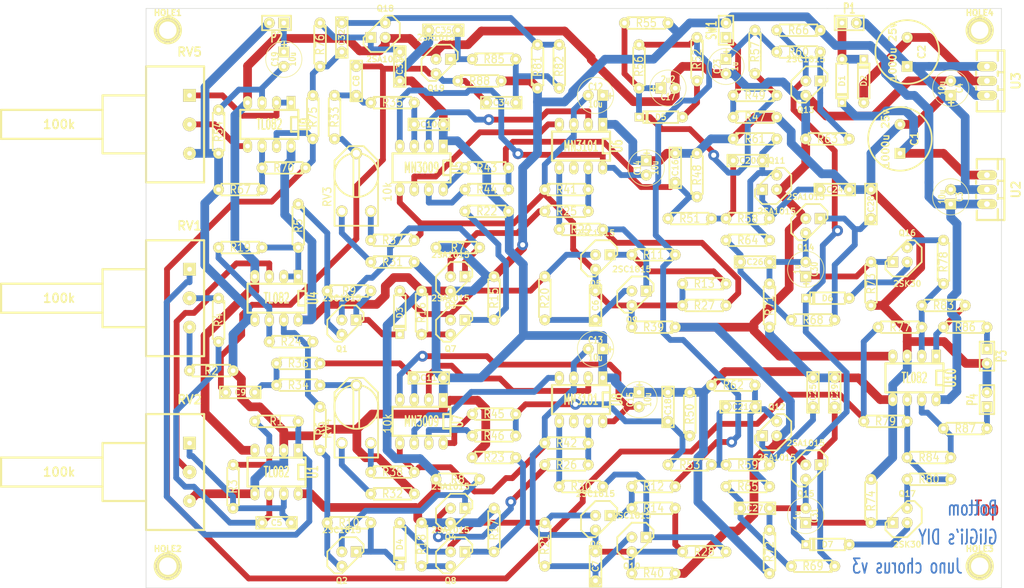
<source format=kicad_pcb>
(kicad_pcb (version 20211014) (generator pcbnew)
  (title_block (title "Roland Juno-60 chorus board clone") (rev "3") (company "GliGli's DIY"))
  (layers (0 "F.Cu" signal) (31 "B.Cu" signal) (37 "F.SilkS" user) (44 "Edge.Cuts" user))
  (net 0 "")
  (net 1 "-VAA")
  (net 2 "GND")
  (net 3 "N-000001")
  (net 4 "N-0000010")
  (net 5 "N-00000100")
  (net 6 "N-00000101")
  (net 7 "N-00000102")
  (net 8 "N-00000103")
  (net 9 "N-00000104")
  (net 10 "N-00000105")
  (net 11 "N-00000106")
  (net 12 "N-00000107")
  (net 13 "N-00000108")
  (net 14 "N-0000011")
  (net 15 "N-0000012")
  (net 16 "N-0000013")
  (net 17 "N-0000014")
  (net 18 "N-0000015")
  (net 19 "N-0000016")
  (net 20 "N-0000017")
  (net 21 "N-0000018")
  (net 22 "N-0000019")
  (net 23 "N-000002")
  (net 24 "N-0000020")
  (net 25 "N-0000021")
  (net 26 "N-0000022")
  (net 27 "N-0000023")
  (net 28 "N-0000024")
  (net 29 "N-0000025")
  (net 30 "N-0000026")
  (net 31 "N-0000027")
  (net 32 "N-0000028")
  (net 33 "N-0000029")
  (net 34 "N-000003")
  (net 35 "N-0000030")
  (net 36 "N-0000031")
  (net 37 "N-0000032")
  (net 38 "N-0000033")
  (net 39 "N-0000034")
  (net 40 "N-0000035")
  (net 41 "N-0000036")
  (net 42 "N-0000037")
  (net 43 "N-0000038")
  (net 44 "N-0000039")
  (net 45 "N-000004")
  (net 46 "N-0000040")
  (net 47 "N-0000041")
  (net 48 "N-0000042")
  (net 49 "N-0000043")
  (net 50 "N-0000044")
  (net 51 "N-0000045")
  (net 52 "N-0000046")
  (net 53 "N-0000047")
  (net 54 "N-0000048")
  (net 55 "N-0000049")
  (net 56 "N-000005")
  (net 57 "N-0000050")
  (net 58 "N-0000051")
  (net 59 "N-0000052")
  (net 60 "N-0000053")
  (net 61 "N-0000054")
  (net 62 "N-0000055")
  (net 63 "N-0000056")
  (net 64 "N-0000057")
  (net 65 "N-0000059")
  (net 66 "N-000006")
  (net 67 "N-0000060")
  (net 68 "N-0000061")
  (net 69 "N-0000062")
  (net 70 "N-0000064")
  (net 71 "N-0000065")
  (net 72 "N-0000066")
  (net 73 "N-0000067")
  (net 74 "N-0000068")
  (net 75 "N-0000069")
  (net 76 "N-000007")
  (net 77 "N-0000070")
  (net 78 "N-0000071")
  (net 79 "N-0000072")
  (net 80 "N-0000073")
  (net 81 "N-0000074")
  (net 82 "N-0000075")
  (net 83 "N-0000076")
  (net 84 "N-0000077")
  (net 85 "N-0000078")
  (net 86 "N-0000079")
  (net 87 "N-000008")
  (net 88 "N-0000080")
  (net 89 "N-0000081")
  (net 90 "N-0000082")
  (net 91 "N-0000083")
  (net 92 "N-0000084")
  (net 93 "N-0000085")
  (net 94 "N-0000086")
  (net 95 "N-0000087")
  (net 96 "N-0000088")
  (net 97 "N-0000089")
  (net 98 "N-000009")
  (net 99 "N-0000090")
  (net 100 "N-0000091")
  (net 101 "N-0000092")
  (net 102 "N-0000093")
  (net 103 "N-0000094")
  (net 104 "N-0000095")
  (net 105 "N-0000098")
  (net 106 "N-0000099")
  (net 107 "VAA")
  (footprint "TO92DGS" (layer "F.Cu") (at 187.96 99.06 180)
    (fp_text reference "Q16")
    (fp_text value "2SK30")
  )
  (footprint "TO92-123" (layer "F.Cu") (at 110.49 111.76)
    (fp_text reference "Q7")
    (fp_text value "2SA1015")
  )
  (footprint "TO92-123" (layer "F.Cu") (at 91.44 152.4)
    (fp_text reference "Q2")
    (fp_text value "2SC1815")
  )
  (footprint "TO92-123" (layer "F.Cu") (at 135.89 100.33)
    (fp_text reference "Q5")
    (fp_text value "2SC1815")
  )
  (footprint "TO92-123" (layer "F.Cu") (at 135.89 146.05)
    (fp_text reference "Q6")
    (fp_text value "2SC1815")
  )
  (footprint "TO92-123" (layer "F.Cu") (at 142.24 106.68)
    (fp_text reference "Q9")
    (fp_text value "2SC1815")
  )
  (footprint "TO92-123" (layer "F.Cu") (at 142.24 149.86)
    (fp_text reference "Q10")
    (fp_text value "2SC1815")
  )
  (footprint "TO92-123" (layer "F.Cu") (at 91.44 111.76)
    (fp_text reference "Q1")
    (fp_text value "2SC1815")
  )
  (footprint "TO92-123" (layer "F.Cu") (at 96.52 59.69 180)
    (fp_text reference "Q18")
    (fp_text value "2SA1015")
  )
  (footprint "TO92-123" (layer "F.Cu") (at 107.95 66.04)
    (fp_text reference "Q19")
    (fp_text value "2SA1015")
  )
  (footprint "TO92-123" (layer "F.Cu") (at 172.72 93.98)
    (fp_text reference "Q14")
    (fp_text value "2SA1015")
  )
  (footprint "TO92-123" (layer "F.Cu") (at 165.1 86.36 180)
    (fp_text reference "Q11")
    (fp_text value "2SA1015")
  )
  (footprint "TO92-123" (layer "F.Cu") (at 165.1 129.54 180)
    (fp_text reference "Q12")
    (fp_text value "2SA1015")
  )
  (footprint "TO92-123" (layer "F.Cu") (at 172.72 137.16)
    (fp_text reference "Q15")
    (fp_text value "2SA1015")
  )
  (footprint "TO92-123" (layer "F.Cu") (at 110.49 104.14)
    (fp_text reference "Q3")
    (fp_text value "2SA1015")
  )
  (footprint "TO92-123" (layer "F.Cu") (at 110.49 152.4)
    (fp_text reference "Q8")
    (fp_text value "2SA1015")
  )
  (footprint "SIL-2" (layer "F.Cu") (at 78.74 58.42 180)
    (fp_text reference "P2")
    (fp_text value "AUDIO_IN" hide)
  )
  (footprint "SIL-2" (layer "F.Cu") (at 179.07 58.42)
    (fp_text reference "P1")
    (fp_text value "15VAC_IN" hide)
  )
  (footprint "SIL-2" (layer "F.Cu") (at 157.48 59.69 90)
    (fp_text reference "SW1")
    (fp_text value "SW_PUSH" hide)
  )
  (footprint "SIL-2" (layer "F.Cu") (at 203.2 124.46 90)
    (fp_text reference "P4")
    (fp_text value "AUDIO_OUT_2" hide)
  )
  (footprint "SIL-2" (layer "F.Cu") (at 203.2 116.84 -90)
    (fp_text reference "P3")
    (fp_text value "AUDIO_OUT_1" hide)
  )
  (footprint "RV2X4" (layer "F.Cu") (at 92.71 86.36 90)
    (fp_text reference "RV3")
    (fp_text value "10k")
  )
  (footprint "POTA_Fav" (layer "F.Cu") (at 58.42 106.68)
    (fp_text reference "RV1")
    (fp_text value "100k")
  )
  (footprint "POTA_Fav" (layer "F.Cu") (at 58.42 76.2)
    (fp_text reference "RV5")
    (fp_text value "100k")
  )
  (footprint "POTA_Fav" (layer "F.Cu") (at 58.42 137.16)
    (fp_text reference "RV2")
    (fp_text value "100k")
  )
  (footprint "DIP-8__300_ELL" (layer "F.Cu") (at 132.08 124.46 180)
    (fp_text reference "U8")
    (fp_text value "MN3101")
  )
  (footprint "DIP-8__300_ELL" (layer "F.Cu") (at 190.5 120.65 180)
    (fp_text reference "U10")
    (fp_text value "TL082")
  )
  (footprint "DIP-8__300_ELL" (layer "F.Cu") (at 77.47 76.2 180)
    (fp_text reference "U9")
    (fp_text value "TL082")
  )
  (footprint "DIP-8__300_ELL" (layer "F.Cu") (at 104.14 83.82 180)
    (fp_text reference "U5")
    (fp_text value "MN3009")
  )
  (footprint "DIP-8__300_ELL" (layer "F.Cu") (at 132.08 80.01 180)
    (fp_text reference "U6")
    (fp_text value "MN3101")
  )
  (footprint "DIP-8__300_ELL" (layer "F.Cu") (at 104.14 128.27 180)
    (fp_text reference "U7")
    (fp_text value "MN3009")
  )
  (footprint "DIP-8__300_ELL" (layer "F.Cu") (at 78.74 106.68 180)
    (fp_text reference "U4")
    (fp_text value "TL082")
  )
  (footprint "DIP-8__300_ELL" (layer "F.Cu") (at 78.74 137.16 180)
    (fp_text reference "U1")
    (fp_text value "TL082")
  )
  (footprint "D3" (layer "F.Cu") (at 181.61 68.58 90)
    (fp_text reference "D2")
    (fp_text value "1N5817" hide)
  )
  (footprint "D3" (layer "F.Cu") (at 100.33 109.22 -90)
    (fp_text reference "D3")
    (fp_text value "1N4148" hide)
  )
  (footprint "D3" (layer "F.Cu") (at 175.26 106.68 180)
    (fp_text reference "D6")
    (fp_text value "1N4148" hide)
  )
  (footprint "D3" (layer "F.Cu") (at 175.26 149.86 180)
    (fp_text reference "D7")
    (fp_text value "1N4148" hide)
  )
  (footprint "D3" (layer "F.Cu") (at 100.33 149.86 -90)
    (fp_text reference "D4")
    (fp_text value "1N4148" hide)
  )
  (footprint "D3" (layer "F.Cu") (at 177.8 68.58 -90)
    (fp_text reference "D1")
    (fp_text value "1N5817" hide)
  )
  (footprint "C2V10" (layer "F.Cu") (at 187.96 78.74 90)
    (fp_text reference "C1")
    (fp_text value "1000u 25v")
  )
  (footprint "C2V10" (layer "F.Cu") (at 189.23 63.5 90)
    (fp_text reference "C2")
    (fp_text value "1000u 25v")
  )
  (footprint "C2" (layer "F.Cu") (at 100.33 66.04 -90)
    (fp_text reference "C33")
    (fp_text value "680p" hide)
  )
  (footprint "C2" (layer "F.Cu") (at 78.74 146.05 180)
    (fp_text reference "C5")
    (fp_text value "100n" hide)
  )
  (footprint "C2" (layer "F.Cu") (at 90.17 60.96 90)
    (fp_text reference "C32")
    (fp_text value "820p" hide)
  )
  (footprint "C2" (layer "F.Cu") (at 118.11 72.39 180)
    (fp_text reference "C34")
    (fp_text value "1n8" hide)
  )
  (footprint "C2" (layer "F.Cu") (at 107.95 59.69 180)
    (fp_text reference "C35")
    (fp_text value "270p" hide)
  )
  (footprint "C2" (layer "F.Cu") (at 92.71 68.58 90)
    (fp_text reference "C8")
    (fp_text value "100n" hide)
  )
  (footprint "C2" (layer "F.Cu") (at 160.02 125.73)
    (fp_text reference "C21")
    (fp_text value "820p" hide)
  )
  (footprint "C2" (layer "F.Cu") (at 148.59 83.82 90)
    (fp_text reference "C16")
    (fp_text value "2n2" hide)
  )
  (footprint "C2" (layer "F.Cu") (at 176.53 123.19 90)
    (fp_text reference "C29")
    (fp_text value "270p" hide)
  )
  (footprint "C2" (layer "F.Cu") (at 147.32 125.73 90)
    (fp_text reference "C18")
    (fp_text value "2n2" hide)
  )
  (footprint "C2" (layer "F.Cu") (at 172.72 123.19 90)
    (fp_text reference "C25")
    (fp_text value "680p" hide)
  )
  (footprint "C2" (layer "F.Cu") (at 105.41 120.65)
    (fp_text reference "C11")
    (fp_text value "2n2" hide)
  )
  (footprint "C2" (layer "F.Cu") (at 72.39 123.19 180)
    (fp_text reference "C9")
    (fp_text value "100n" hide)
  )
  (footprint "C2" (layer "F.Cu") (at 105.41 76.2)
    (fp_text reference "C10")
    (fp_text value "2n2" hide)
  )
  (footprint "C2" (layer "F.Cu") (at 161.29 82.55)
    (fp_text reference "C20")
    (fp_text value "820p" hide)
  )
  (footprint "C2" (layer "F.Cu") (at 182.88 90.17 90)
    (fp_text reference "C28")
    (fp_text value "270p" hide)
  )
  (footprint "C2" (layer "F.Cu") (at 176.53 87.63)
    (fp_text reference "C24")
    (fp_text value "680p" hide)
  )
  (footprint "C2" (layer "F.Cu") (at 134.62 153.67 90)
    (fp_text reference "C7")
    (fp_text value "150p" hide)
  )
  (footprint "C1V7" (layer "F.Cu") (at 142.24 124.46 -90)
    (fp_text reference "C15")
    (fp_text value "10u")
  )
  (footprint "C1V7" (layer "F.Cu") (at 134.62 71.12 180)
    (fp_text reference "C12")
    (fp_text value "10u")
  )
  (footprint "C1V7" (layer "F.Cu") (at 171.45 101.6 90)
    (fp_text reference "C30")
    (fp_text value "1u")
  )
  (footprint "C1V7" (layer "F.Cu") (at 143.51 83.82 -90)
    (fp_text reference "C14")
    (fp_text value "10u")
  )
  (footprint "C1V7" (layer "F.Cu") (at 134.62 115.57 180)
    (fp_text reference "C13")
    (fp_text value "10u")
  )
  (footprint "C1V7" (layer "F.Cu") (at 196.85 69.85 90)
    (fp_text reference "C4")
    (fp_text value "10u")
  )
  (footprint "C1V7" (layer "F.Cu") (at 196.85 88.9 90)
    (fp_text reference "C3")
    (fp_text value "10u")
  )
  (footprint "C1V7" (layer "F.Cu") (at 171.45 144.78 90)
    (fp_text reference "C31")
    (fp_text value "1u")
  )
  (footprint "C1V7" (layer "F.Cu") (at 80.01 64.77 -90)
    (fp_text reference "C19")
    (fp_text value "10u")
  )
  (footprint "C1V7" (layer "F.Cu") (at 157.48 66.04 -90)
    (fp_text reference "C23")
    (fp_text value "1u")
  )
  (footprint "TO92-123" (layer "F.Cu") (at 110.49 144.78)
    (fp_text reference "Q4")
    (fp_text value "2SA1015")
  )
  (footprint "R3-LARGE_PADS" (layer "F.Cu") (at 116.84 134.62 180)
    (fp_text reference "R23")
    (fp_text value "10k" hide)
  )
  (footprint "TO92DGS" (layer "F.Cu") (at 187.96 144.78 180)
    (fp_text reference "Q17")
    (fp_text value "2SK30")
  )
  (footprint "C2" (layer "F.Cu") (at 162.56 100.33)
    (fp_text reference "C26")
    (fp_text value "1n8" hide)
  )
  (footprint "C2" (layer "F.Cu") (at 134.62 107.95 90)
    (fp_text reference "C6")
    (fp_text value "150p" hide)
  )
  (footprint "C2" (layer "F.Cu") (at 162.56 143.51)
    (fp_text reference "C27")
    (fp_text value "1n8" hide)
  )
  (footprint "D3" (layer "F.Cu") (at 146.05 74.93 180)
    (fp_text reference "D5")
    (fp_text value "1N4148" hide)
  )
  (footprint "C1V7" (layer "F.Cu") (at 147.32 69.85)
    (fp_text reference "C17")
    (fp_text value "2u2")
  )
  (footprint "R3-LARGE_PADS" (layer "F.Cu") (at 193.04 134.62 180)
    (fp_text reference "R84")
    (fp_text value "10k" hide)
  )
  (footprint "R3-LARGE_PADS" (layer "F.Cu") (at 185.42 128.27 180)
    (fp_text reference "R79")
    (fp_text value "47k" hide)
  )
  (footprint "R3-LARGE_PADS" (layer "F.Cu") (at 193.04 138.43 180)
    (fp_text reference "R80")
    (fp_text value "39k" hide)
  )
  (footprint "R3-LARGE_PADS" (layer "F.Cu") (at 199.39 129.54 180)
    (fp_text reference "R87")
    (fp_text value "1k" hide)
  )
  (footprint "R3-LARGE_PADS" (layer "F.Cu") (at 144.78 99.06)
    (fp_text reference "R11")
    (fp_text value "330k" hide)
  )
  (footprint "R3-LARGE_PADS" (layer "F.Cu") (at 153.67 104.14 180)
    (fp_text reference "R13")
    (fp_text value "33k" hide)
  )
  (footprint "R3-LARGE_PADS" (layer "F.Cu") (at 144.78 143.51)
    (fp_text reference "R14")
    (fp_text value "33k" hide)
  )
  (footprint "R3-LARGE_PADS" (layer "F.Cu") (at 162.56 74.93)
    (fp_text reference "R47")
    (fp_text value "1k" hide)
  )
  (footprint "R3-LARGE_PADS" (layer "F.Cu") (at 162.56 71.12 180)
    (fp_text reference "R49")
    (fp_text value "330" hide)
  )
  (footprint "R3-LARGE_PADS" (layer "F.Cu") (at 142.24 66.04 -90)
    (fp_text reference "R56")
    (fp_text value "330k" hide)
  )
  (footprint "R3-LARGE_PADS" (layer "F.Cu") (at 143.51 58.42)
    (fp_text reference "R55")
    (fp_text value "10k" hide)
  )
  (footprint "R3-LARGE_PADS" (layer "F.Cu") (at 162.56 63.5 -90)
    (fp_text reference "R57")
    (fp_text value "150k" hide)
  )
  (footprint "R3-LARGE_PADS" (layer "F.Cu") (at 170.18 63.5 180)
    (fp_text reference "R60")
    (fp_text value "560k" hide)
  )
  (footprint "R3-LARGE_PADS" (layer "F.Cu") (at 116.84 127)
    (fp_text reference "R45")
    (fp_text value "3k3" hide)
  )
  (footprint "R3-LARGE_PADS" (layer "F.Cu") (at 152.4 64.77 -90)
    (fp_text reference "R52")
    (fp_text value "10k" hide)
  )
  (footprint "R3-LARGE_PADS" (layer "F.Cu") (at 116.84 130.81)
    (fp_text reference "R46")
    (fp_text value "3k3" hide)
  )
  (footprint "R3-LARGE_PADS" (layer "F.Cu") (at 151.13 127 90)
    (fp_text reference "R50")
    (fp_text value "47k" hide)
  )
  (footprint "R3-LARGE_PADS" (layer "F.Cu") (at 151.13 135.89 180)
    (fp_text reference "R53")
    (fp_text value "22k" hide)
  )
  (footprint "R3-LARGE_PADS" (layer "F.Cu") (at 129.54 132.08)
    (fp_text reference "R42")
    (fp_text value "1k8" hide)
  )
  (footprint "R3-LARGE_PADS" (layer "F.Cu") (at 161.29 139.7)
    (fp_text reference "R65")
    (fp_text value "22k" hide)
  )
  (footprint "R3-LARGE_PADS" (layer "F.Cu") (at 172.72 153.67 180)
    (fp_text reference "R69")
    (fp_text value "22k" hide)
  )
  (footprint "R3-LARGE_PADS" (layer "F.Cu") (at 165.1 151.13 -90)
    (fp_text reference "R72")
    (fp_text value "10k" hide)
  )
  (footprint "R3-LARGE_PADS" (layer "F.Cu") (at 158.75 121.92)
    (fp_text reference "R62")
    (fp_text value "22k" hide)
  )
  (footprint "R3-LARGE_PADS" (layer "F.Cu") (at 182.88 142.24 90)
    (fp_text reference "R74")
    (fp_text value "22k" hide)
  )
  (footprint "R3-LARGE_PADS" (layer "F.Cu") (at 82.55 118.11)
    (fp_text reference "R36")
    (fp_text value "10k" hide)
  )
  (footprint "R3-LARGE_PADS" (layer "F.Cu") (at 82.55 121.92)
    (fp_text reference "R34")
    (fp_text value "100k" hide)
  )
  (footprint "R3-LARGE_PADS" (layer "F.Cu") (at 99.06 140.97)
    (fp_text reference "R32")
    (fp_text value "15k" hide)
  )
  (footprint "R3-LARGE_PADS" (layer "F.Cu") (at 99.06 137.16)
    (fp_text reference "R38")
    (fp_text value "12k" hide)
  )
  (footprint "R3-LARGE_PADS" (layer "F.Cu") (at 144.78 154.94 180)
    (fp_text reference "R40")
    (fp_text value "10" hide)
  )
  (footprint "R3-LARGE_PADS" (layer "F.Cu") (at 161.29 135.89 180)
    (fp_text reference "R59")
    (fp_text value "22k" hide)
  )
  (footprint "R3-LARGE_PADS" (layer "F.Cu") (at 175.26 78.74 180)
    (fp_text reference "R63")
    (fp_text value "39k" hide)
  )
  (footprint "R3-LARGE_PADS" (layer "F.Cu") (at 68.58 77.47 -90)
    (fp_text reference "R54")
    (fp_text value "33k" hide)
  )
  (footprint "R3-LARGE_PADS" (layer "F.Cu") (at 81.28 114.3)
    (fp_text reference "R24")
    (fp_text value "470k" hide)
  )
  (footprint "R3-LARGE_PADS" (layer "F.Cu") (at 72.39 97.79 180)
    (fp_text reference "R19")
    (fp_text value "470k" hide)
  )
  (footprint "R3-LARGE_PADS" (layer "F.Cu") (at 78.74 128.27)
    (fp_text reference "R1")
    (fp_text value "47k" hide)
  )
  (footprint "R3-LARGE_PADS" (layer "F.Cu") (at 71.12 139.7 -90)
    (fp_text reference "R3")
    (fp_text value "33k" hide)
  )
  (footprint "R3-LARGE_PADS" (layer "F.Cu") (at 68.58 110.49 -90)
    (fp_text reference "R4")
    (fp_text value "1M" hide)
  )
  (footprint "R3-LARGE_PADS" (layer "F.Cu") (at 144.78 111.76 180)
    (fp_text reference "R39")
    (fp_text value "10" hide)
  )
  (footprint "R3-LARGE_PADS" (layer "F.Cu") (at 132.08 94.615)
    (fp_text reference "R29")
    (fp_text value "22k" hide)
  )
  (footprint "R3-LARGE_PADS" (layer "F.Cu") (at 153.67 107.95)
    (fp_text reference "R27")
    (fp_text value "2k2" hide)
  )
  (footprint "R3-LARGE_PADS" (layer "F.Cu") (at 125.73 106.68 -90)
    (fp_text reference "R20")
    (fp_text value "6k8" hide)
  )
  (footprint "R3-LARGE_PADS" (layer "F.Cu") (at 129.54 91.44)
    (fp_text reference "R25")
    (fp_text value "2k2" hide)
  )
  (footprint "R3-LARGE_PADS" (layer "F.Cu") (at 161.29 92.71 180)
    (fp_text reference "R58")
    (fp_text value "22k" hide)
  )
  (footprint "R3-LARGE_PADS" (layer "F.Cu") (at 72.39 87.63 180)
    (fp_text reference "R67")
    (fp_text value "10k" hide)
  )
  (footprint "R3-LARGE_PADS" (layer "F.Cu") (at 116.84 106.68 -90)
    (fp_text reference "R15")
    (fp_text value "1k8" hide)
  )
  (footprint "R3-LARGE_PADS" (layer "F.Cu") (at 104.14 109.22 -90)
    (fp_text reference "R16")
    (fp_text value "8k2" hide)
  )
  (footprint "R3-LARGE_PADS" (layer "F.Cu") (at 129.54 87.63)
    (fp_text reference "R41")
    (fp_text value "1k8" hide)
  )
  (footprint "R3-LARGE_PADS" (layer "F.Cu") (at 67.31 119.38)
    (fp_text reference "R2")
    (fp_text value "10k" hide)
  )
  (footprint "R3-LARGE_PADS" (layer "F.Cu") (at 99.06 96.52)
    (fp_text reference "R37")
    (fp_text value "12k" hide)
  )
  (footprint "R3-LARGE_PADS" (layer "F.Cu") (at 99.06 100.33)
    (fp_text reference "R31")
    (fp_text value "15k" hide)
  )
  (footprint "R3-LARGE_PADS" (layer "F.Cu") (at 88.9 74.93 -90)
    (fp_text reference "R33")
    (fp_text value "100k" hide)
  )
  (footprint "R3-LARGE_PADS" (layer "F.Cu") (at 99.06 72.39)
    (fp_text reference "R35")
    (fp_text value "10k" hide)
  )
  (footprint "R3-LARGE_PADS" (layer "F.Cu") (at 182.88 104.14 -90)
    (fp_text reference "R73")
    (fp_text value "22k" hide)
  )
  (footprint "R3-LARGE_PADS" (layer "F.Cu") (at 162.56 78.74)
    (fp_text reference "R61")
    (fp_text value "22k" hide)
  )
  (footprint "R3-LARGE_PADS" (layer "F.Cu") (at 165.1 107.95 -90)
    (fp_text reference "R71")
    (fp_text value "10k" hide)
  )
  (footprint "R3-LARGE_PADS" (layer "F.Cu") (at 172.72 110.49 180)
    (fp_text reference "R68")
    (fp_text value "22k" hide)
  )
  (footprint "R3-LARGE_PADS" (layer "F.Cu") (at 161.29 96.52)
    (fp_text reference "R64")
    (fp_text value "22k" hide)
  )
  (footprint "R3-LARGE_PADS" (layer "F.Cu") (at 115.57 91.44)
    (fp_text reference "R22")
    (fp_text value "10k" hide)
  )
  (footprint "R3-LARGE_PADS" (layer "F.Cu") (at 195.58 100.33 90)
    (fp_text reference "R78")
    (fp_text value "39k" hide)
  )
  (footprint "R3-LARGE_PADS" (layer "F.Cu") (at 187.96 111.76 180)
    (fp_text reference "R77")
    (fp_text value "47k" hide)
  )
  (footprint "R3-LARGE_PADS" (layer "F.Cu") (at 195.58 107.95 180)
    (fp_text reference "R83")
    (fp_text value "10k" hide)
  )
  (footprint "R3-LARGE_PADS" (layer "F.Cu") (at 115.57 83.82)
    (fp_text reference "R43")
    (fp_text value "3k3" hide)
  )
  (footprint "R3-LARGE_PADS" (layer "F.Cu") (at 115.57 87.63)
    (fp_text reference "R44")
    (fp_text value "3k3" hide)
  )
  (footprint "R3-LARGE_PADS" (layer "F.Cu") (at 152.4 85.09 90)
    (fp_text reference "R48")
    (fp_text value "47k" hide)
  )
  (footprint "R3-LARGE_PADS" (layer "F.Cu") (at 128.27 66.04 90)
    (fp_text reference "R82")
    (fp_text value "22k" hide)
  )
  (footprint "R3-LARGE_PADS" (layer "F.Cu") (at 104.14 149.86 -90)
    (fp_text reference "R18")
    (fp_text value "8k2" hide)
  )
  (footprint "R3-LARGE_PADS" (layer "F.Cu") (at 116.84 147.32 -90)
    (fp_text reference "R17")
    (fp_text value "1k8" hide)
  )
  (footprint "R3-LARGE_PADS" (layer "F.Cu") (at 199.39 111.76 180)
    (fp_text reference "R86")
    (fp_text value "1k" hide)
  )
  (footprint "R3-LARGE_PADS" (layer "F.Cu") (at 110.49 138.43 180)
    (fp_text reference "R8")
    (fp_text value "2k2" hide)
  )
  (footprint "R3-LARGE_PADS" (layer "F.Cu") (at 129.54 135.89)
    (fp_text reference "R26")
    (fp_text value "2k2" hide)
  )
  (footprint "R3-LARGE_PADS" (layer "F.Cu") (at 125.73 149.86 -90)
    (fp_text reference "R21")
    (fp_text value "6k8" hide)
  )
  (footprint "R3-LARGE_PADS" (layer "F.Cu") (at 153.67 151.13)
    (fp_text reference "R28")
    (fp_text value "2k2" hide)
  )
  (footprint "R3-LARGE_PADS" (layer "F.Cu") (at 132.08 139.7)
    (fp_text reference "R30")
    (fp_text value "22k" hide)
  )
  (footprint "R3-LARGE_PADS" (layer "F.Cu") (at 91.44 146.05)
    (fp_text reference "R10")
    (fp_text value "33k" hide)
  )
  (footprint "R3-LARGE_PADS" (layer "F.Cu") (at 86.36 129.54 90)
    (fp_text reference "R6")
    (fp_text value "1k" hide)
  )
  (footprint "R3-LARGE_PADS" (layer "F.Cu") (at 82.55 93.98 -90)
    (fp_text reference "R5")
    (fp_text value "1k" hide)
  )
  (footprint "R3-LARGE_PADS" (layer "F.Cu") (at 144.78 139.7)
    (fp_text reference "R12")
    (fp_text value "330k" hide)
  )
  (footprint "R3-LARGE_PADS" (layer "F.Cu") (at 170.18 59.69 180)
    (fp_text reference "R66")
    (fp_text value "10k" hide)
  )
  (footprint "R3-LARGE_PADS" (layer "F.Cu") (at 110.49 97.79 180)
    (fp_text reference "R7")
    (fp_text value "2k2" hide)
  )
  (footprint "R3-LARGE_PADS" (layer "F.Cu") (at 85.09 74.93 -90)
    (fp_text reference "R75")
    (fp_text value "22k" hide)
  )
  (footprint "R3-LARGE_PADS" (layer "F.Cu") (at 86.36 62.23 -90)
    (fp_text reference "R76")
    (fp_text value "22k" hide)
  )
  (footprint "R3-LARGE_PADS" (layer "F.Cu") (at 151.13 92.71 180)
    (fp_text reference "R51")
    (fp_text value "22k" hide)
  )
  (footprint "R3-LARGE_PADS" (layer "F.Cu") (at 124.46 66.04 90)
    (fp_text reference "R81")
    (fp_text value "22k" hide)
  )
  (footprint "R3-LARGE_PADS" (layer "F.Cu") (at 80.01 83.82 180)
    (fp_text reference "R70")
    (fp_text value "33k" hide)
  )
  (footprint "R3-LARGE_PADS" (layer "F.Cu") (at 114.3 68.58)
    (fp_text reference "R88")
    (fp_text value "10k" hide)
  )
  (footprint "R3-LARGE_PADS" (layer "F.Cu") (at 116.84 64.77)
    (fp_text reference "R85")
    (fp_text value "22k" hide)
  )
  (footprint "R3-LARGE_PADS" (layer "F.Cu") (at 91.44 105.41)
    (fp_text reference "R9")
    (fp_text value "33k" hide)
  )
  (footprint "TO92-123" (layer "F.Cu") (at 172.72 69.85)
    (fp_text reference "Q13")
    (fp_text value "2SC1815")
  )
  (footprint "RV2X4" (layer "F.Cu") (at 92.71 127 90)
    (fp_text reference "RV4")
    (fp_text value "10k")
  )
  (footprint "TO-220_Neutral123_Vertical_LargePads" (layer "F.Cu") (at 203.2 68.58 -90)
    (fp_text reference "U3")
    (fp_text value "LM7915CT" hide)
  )
  (footprint "TO-220_Neutral123_Vertical_LargePads" (layer "F.Cu") (at 203.2 87.63 -90)
    (fp_text reference "U2")
    (fp_text value "LM7815CT" hide)
  )
  (footprint "1pin" (layer "F.Cu") (at 59.69 59.69)
    (fp_text reference "HOLE1")
    (fp_text value "P***" hide)
  )
  (footprint "1pin" (layer "F.Cu") (at 59.69 153.67)
    (fp_text reference "HOLE2")
    (fp_text value "P***" hide)
  )
  (footprint "1pin" (layer "F.Cu") (at 201.93 59.69)
    (fp_text reference "HOLE4")
    (fp_text value "P***" hide)
  )
  (footprint "1pin" (layer "F.Cu") (at 201.93 153.67)
    (fp_text reference "HOLE3")
    (fp_text value "P***" hide)
  )
  (gr_line (start 205.74 55.88) (end 205.74 157.48) (layer "Edge.Cuts") (width 0.1))
  (gr_line (start 205.74 55.88) (end 175.26 55.88) (layer "Edge.Cuts") (width 0.1))
  (gr_line (start 175.26 157.48) (end 55.88 157.48) (layer "Edge.Cuts") (width 0.1))
  (gr_line (start 55.88 55.88) (end 55.88 157.48) (layer "Edge.Cuts") (width 0.1))
  (gr_line (start 205.74 157.48) (end 175.26 157.48) (layer "Edge.Cuts") (width 0.1))
  (gr_line (start 55.88 55.88) (end 175.26 55.88) (layer "Edge.Cuts") (width 0.1))
  (gr_text "Top" (at 203.2 143.51) (layer "F.Cu") (effects (font (size 2.54 1.651) (thickness 0.3))))
  (gr_text "Bottom" (at 200.66 143.51) (layer "B.Cu") (effects (font (size 2.54 1.651) (thickness 0.3)) (justify mirror)))
  (gr_text "Juno chorus v3" (at 189.23 153.67) (layer "B.Cu") (effects (font (size 2.54 1.651) (thickness 0.3)) (justify mirror)))
  (gr_text "GliGli's DIY" (at 198.12 148.59) (layer "B.Cu") (effects (font (size 2.54 1.651) (thickness 0.3)) (justify mirror)))
  (segment (start 148.59 67.31) (end 148.59 69.85) (width 1.524) (layer "F.Cu") (net 1))
  (segment (start 154.94 67.31) (end 157.48 67.31) (width 1.524) (layer "F.Cu") (net 1))
  (segment (start 168.554 104.9085) (end 168.554 94.7603) (width 1.524) (layer "F.Cu") (net 1))
  (segment (start 74.93 105.4103) (end 74.0751 105.4103) (width 1.524) (layer "F.Cu") (net 1))
  (segment (start 166.7621 88.022) (end 171.45 83.3341) (width 1.524) (layer "F.Cu") (net 1))
  (segment (start 112.2467 62.23) (end 107.8706 62.23) (width 1.524) (layer "F.Cu") (net 1))
  (segment (start 148.59 69.85) (end 148.59 71.2096) (width 1.524) (layer "F.Cu") (net 1))
  (segment (start 164.2772 133.35) (end 165.1929 133.35) (width 1.524) (layer "F.Cu") (net 1))
  (segment (start 166.7621 88.022) (end 170.6043 91.8643) (width 1.524) (layer "F.Cu") (net 1))
  (segment (start 162.3697 112.3528) (end 166.8569 116.84) (width 1.524) (layer "F.Cu") (net 1))
  (segment (start 129.2048 59.8343) (end 114.6424 59.8343) (width 1.524) (layer "F.Cu") (net 1))
  (segment (start 148.59 111.76) (end 162.3697 111.76) (width 1.524) (layer "F.Cu") (net 1))
  (segment (start 91.1283 61.1349) (end 93.3033 63.3099) (width 1.524) (layer "F.Cu") (net 1))
  (segment (start 162.3697 111.76) (end 162.3697 111.0928) (width 1.524) (layer "F.Cu") (net 1))
  (segment (start 171.45 135.89) (end 167.7329 132.1729) (width 1.524) (layer "F.Cu") (net 1))
  (segment (start 114.6424 59.8343) (end 112.2467 62.23) (width 1.524) (layer "F.Cu") (net 1))
  (segment (start 166.8569 116.84) (end 186.69 116.84) (width 1.524) (layer "F.Cu") (net 1))
  (segment (start 74.0751 105.4103) (end 66.2147 113.2707) (width 1.524) (layer "F.Cu") (net 1))
  (segment (start 166.37 132.1729) (end 166.37 130.81) (width 1.524) (layer "F.Cu") (net 1))
  (segment (start 147.5882 72.2114) (end 141.2741 72.2114) (width 1.524) (layer "F.Cu") (net 1))
  (segment (start 148.59 154.94) (end 150.1171 154.94) (width 1.524) (layer "F.Cu") (net 1))
  (segment (start 162.3697 111.76) (end 162.3697 112.3528) (width 1.524) (layer "F.Cu") (net 1))
  (segment (start 162.3799 135.2473) (end 164.2772 133.35) (width 1.524) (layer "F.Cu") (net 1))
  (segment (start 171.45 71.12) (end 175.0698 74.7398) (width 1.524) (layer "F.Cu") (net 1))
  (segment (start 166.37 87.63) (end 166.7621 88.022) (width 1.524) (layer "F.Cu") (net 1))
  (segment (start 97.79 61.136) (end 102.0863 61.136) (width 1.524) (layer "F.Cu") (net 1))
  (segment (start 104.3709 63.4206) (end 106.68 63.4206) (width 1.524) (layer "F.Cu") (net 1))
  (segment (start 159.4098 147.5018) (end 162.3799 144.5317) (width 1.524) (layer "F.Cu") (net 1))
  (segment (start 107.8706 62.23) (end 106.68 63.4206) (width 1.524) (layer "F.Cu") (net 1))
  (segment (start 133.8648 64.4943) (end 129.2048 59.8343) (width 1.524) (layer "F.Cu") (net 1))
  (segment (start 106.68 63.4206) (end 106.68 64.77) (width 1.524) (layer "F.Cu") (net 1))
  (segment (start 175.0698 74.7398) (end 183.3555 74.7398) (width 1.524) (layer "F.Cu") (net 1))
  (segment (start 162.3799 144.5317) (end 162.3799 135.2473) (width 1.524) (layer "F.Cu") (net 1))
  (segment (start 133.8648 64.8021) (end 133.8648 64.4943) (width 1.524) (layer "F.Cu") (net 1))
  (segment (start 74.93 102.87) (end 74.93 105.4103) (width 1.524) (layer "F.Cu") (net 1))
  (segment (start 189.5153 68.58) (end 196.85 68.58) (width 1.524) (layer "F.Cu") (net 1))
  (segment (start 153.67 66.04) (end 154.94 67.31) (width 1.524) (layer "F.Cu") (net 1))
  (segment (start 150.1171 154.94) (end 157.5553 147.5018) (width 1.524) (layer "F.Cu") (net 1))
  (segment (start 66.2147 113.2707) (end 66.2147 126.8194) (width 1.524) (layer "F.Cu") (net 1))
  (segment (start 141.2741 72.2114) (end 133.8648 64.8021) (width 1.524) (layer "F.Cu") (net 1))
  (segment (start 148.59 71.2096) (end 147.5882 72.2114) (width 1.524) (layer "F.Cu") (net 1))
  (segment (start 168.554 94.7603) (end 170.6043 92.71) (width 1.524) (layer "F.Cu") (net 1))
  (segment (start 73.66 72.39) (end 73.66 65.9625) (width 1.524) (layer "F.Cu") (net 1))
  (segment (start 171.45 83.3341) (end 171.45 78.74) (width 1.524) (layer "F.Cu") (net 1))
  (segment (start 78.4876 61.1349) (end 91.1283 61.1349) (width 1.524) (layer "F.Cu") (net 1))
  (segment (start 148.59 67.31) (end 149.86 66.04) (width 1.524) (layer "F.Cu") (net 1))
  (segment (start 93.3033 63.3099) (end 96.7892 63.3099) (width 1.524) (layer "F.Cu") (net 1))
  (segment (start 73.66 65.9625) (end 78.4876 61.1349) (width 1.524) (layer "F.Cu") (net 1))
  (segment (start 170.6043 91.8643) (end 170.6043 92.71) (width 1.524) (layer "F.Cu") (net 1))
  (segment (start 157.5553 147.5018) (end 159.4098 147.5018) (width 1.524) (layer "F.Cu") (net 1))
  (segment (start 149.86 66.04) (end 153.67 66.04) (width 1.524) (layer "F.Cu") (net 1))
  (segment (start 170.6043 92.71) (end 171.45 92.71) (width 1.524) (layer "F.Cu") (net 1))
  (segment (start 74.93 133.35) (end 72.7453 133.35) (width 1.524) (layer "F.Cu") (net 1))
  (segment (start 97.79 61.136) (end 97.79 60.96) (width 1.524) (layer "F.Cu") (net 1))
  (segment (start 66.2147 126.8194) (end 72.7453 133.35) (width 1.524) (layer "F.Cu") (net 1))
  (segment (start 102.0863 61.136) (end 104.3709 63.4206) (width 1.524) (layer "F.Cu") (net 1))
  (segment (start 165.1929 133.35) (end 166.37 132.1729) (width 1.524) (layer "F.Cu") (net 1))
  (segment (start 162.3697 111.0928) (end 168.554 104.9085) (width 1.524) (layer "F.Cu") (net 1))
  (segment (start 167.7329 132.1729) (end 166.37 132.1729) (width 1.524) (layer "F.Cu") (net 1))
  (segment (start 97.79 62.3091) (end 97.79 61.136) (width 1.524) (layer "F.Cu") (net 1))
  (segment (start 96.7892 63.3099) (end 97.79 62.3091) (width 1.524) (layer "F.Cu") (net 1))
  (segment (start 183.3555 74.7398) (end 189.5153 68.58) (width 1.524) (layer "F.Cu") (net 1))
  (segment (start 198.755 68.58) (end 201.295 71.12) (width 1.524) (layer "B.Cu") (net 1))
  (segment (start 201.295 71.12) (end 203.2 71.12) (width 1.524) (layer "B.Cu") (net 1))
  (segment (start 168.757 129.2106) (end 167.1576 130.81) (width 1.524) (layer "B.Cu") (net 1))
  (segment (start 155.741 111.76) (end 168.757 124.776) (width 1.524) (layer "B.Cu") (net 1))
  (segment (start 73.66 72.39) (end 71.4397 74.6103) (width 1.524) (layer "B.Cu") (net 1))
  (segment (start 158.75 67.31) (end 157.48 67.31) (width 1.524) (layer "B.Cu") (net 1))
  (segment (start 163.9726 69.7074) (end 161.1474 69.7074) (width 1.524) (layer "B.Cu") (net 1))
  (segment (start 167.1576 130.81) (end 166.37 130.81) (width 1.524) (layer "B.Cu") (net 1))
  (segment (start 74.93 102.87) (end 74.93 100.3297) (width 1.524) (layer "B.Cu") (net 1))
  (segment (start 167.4583 68.7701) (end 164.9099 68.7701) (width 1.524) (layer "B.Cu") (net 1))
  (segment (start 71.4397 96.8394) (end 74.93 100.3297) (width 1.524) (layer "B.Cu") (net 1))
  (segment (start 171.45 78.74) (end 171.45 71.12) (width 1.524) (layer "B.Cu") (net 1))
  (segment (start 168.757 124.776) (end 168.757 129.2106) (width 1.524) (layer "B.Cu") (net 1))
  (segment (start 148.59 111.76) (end 155.741 111.76) (width 1.524) (layer "B.Cu") (net 1))
  (segment (start 171.45 71.12) (end 169.8082 71.12) (width 1.524) (layer "B.Cu") (net 1))
  (segment (start 169.8082 71.12) (end 167.4583 68.7701) (width 1.524) (layer "B.Cu") (net 1))
  (segment (start 161.1474 69.7074) (end 158.75 67.31) (width 1.524) (layer "B.Cu") (net 1))
  (segment (start 71.4397 74.6103) (end 71.4397 96.8394) (width 1.524) (layer "B.Cu") (net 1))
  (segment (start 196.85 68.58) (end 198.755 68.58) (width 1.524) (layer "B.Cu") (net 1))
  (segment (start 164.9099 68.7701) (end 163.9726 69.7074) (width 1.524) (layer "B.Cu") (net 1))
  (segment (start 184.5053 124.46) (end 180.6953 120.65) (width 1.524) (layer "F.Cu") (net 2))
  (segment (start 92.8118 129.66) (end 86.7267 129.66) (width 1.524) (layer "F.Cu") (net 2))
  (segment (start 191.5916 101.296) (end 184.9376 107.95) (width 1.524) (layer "F.Cu") (net 2))
  (segment (start 195.6712 114.2871) (end 199.4941 118.11) (width 1.524) (layer "F.Cu") (net 2))
  (segment (start 80.01 133.35) (end 80.01 130.8097) (width 1.524) (layer "F.Cu") (net 2))
  (segment (start 107.95 74.1439) (end 107.95 76.2) (width 1.524) (layer "F.Cu") (net 2))
  (segment (start 92.8118 129.66) (end 92.8118 133.1244) (width 1.524) (layer "F.Cu") (net 2))
  (segment (start 94.3391 134.6517) (end 96.5517 134.6517) (width 1.524) (layer "F.Cu") (net 2))
  (segment (start 74.0992 125.73) (end 75.7918 125.73) (width 1.524) (layer "F.Cu") (net 2))
  (segment (start 96.5517 134.6517) (end 102.87 140.97) (width 1.524) (layer "F.Cu") (net 2))
  (segment (start 107.95 125.7301) (end 107.95 127.0003) (width 1.524) (layer "F.Cu") (net 2))
  (segment (start 182.88 87.63) (end 191.5916 96.3416) (width 1.524) (layer "F.Cu") (net 2))
  (segment (start 107.95 124.46) (end 107.95 125.7301) (width 1.524) (layer "F.Cu") (net 2))
  (segment (start 113.9351 124.5794) (end 115.396 126.0403) (width 1.524) (layer "F.Cu") (net 2))
  (segment (start 162.56 74.93) (end 158.75 78.74) (width 1.524) (layer "F.Cu") (net 2))
  (segment (start 171.6261 119.5561) (end 157.3039 119.5561) (width 1.524) (layer "F.Cu") (net 2))
  (segment (start 143.51 82.55) (end 145.8598 82.55) (width 1.524) (layer "F.Cu") (net 2))
  (segment (start 95.4715 127.0003) (end 92.8118 129.66) (width 1.524) (layer "F.Cu") (net 2))
  (segment (start 85.577 130.8097) (end 80.01 130.8097) (width 1.524) (layer "F.Cu") (net 2))
  (segment (start 107.95 125.7301) (end 109.1007 124.5794) (width 1.524) (layer "F.Cu") (net 2))
  (segment (start 107.95 127.0003) (end 95.4715 127.0003) (width 1.524) (layer "F.Cu") (net 2))
  (segment (start 71.12 119.38) (end 72.5801 120.8401) (width 1.524) (layer "F.Cu") (net 2))
  (segment (start 157.3039 119.5561) (end 154.94 121.92) (width 1.524) (layer "F.Cu") (net 2))
  (segment (start 189.23 112.2424) (end 184.9376 107.95) (width 1.524) (layer "F.Cu") (net 2))
  (segment (start 191.5916 96.3416) (end 191.5916 101.296) (width 1.524) (layer "F.Cu") (net 2))
  (segment (start 189.23 114.2871) (end 189.23 112.2424) (width 1.524) (layer "F.Cu") (net 2))
  (segment (start 64.77 140.97) (end 63.5 142.24) (width 1.524) (layer "F.Cu") (net 2))
  (segment (start 184.9376 107.95) (end 182.88 107.95) (width 1.524) (layer "F.Cu") (net 2))
  (segment (start 147.1298 81.28) (end 145.8598 82.55) (width 1.524) (layer "F.Cu") (net 2))
  (segment (start 74.93 140.97) (end 64.77 140.97) (width 1.524) (layer "F.Cu") (net 2))
  (segment (start 92.8118 133.1244) (end 94.3391 134.6517) (width 1.524) (layer "F.Cu") (net 2))
  (segment (start 186.69 124.46) (end 184.5053 124.46) (width 1.524) (layer "F.Cu") (net 2))
  (segment (start 75.7918 125.73) (end 80.01 129.9482) (width 1.524) (layer "F.Cu") (net 2))
  (segment (start 148.59 81.28) (end 147.1298 81.28) (width 1.524) (layer "F.Cu") (net 2))
  (segment (start 196.85 71.12) (end 195.7702 71.12) (width 1.524) (layer "F.Cu") (net 2))
  (segment (start 72.5801 124.2109) (end 74.0992 125.73) (width 1.524) (layer "F.Cu") (net 2))
  (segment (start 100.33 68.58) (end 102.3861 68.58) (width 1.524) (layer "F.Cu") (net 2))
  (segment (start 190.6902 76.2) (end 195.7702 71.12) (width 1.524) (layer "F.Cu") (net 2))
  (segment (start 199.4941 118.11) (end 203.2 118.11) (width 1.524) (layer "F.Cu") (net 2))
  (segment (start 189.23 116.84) (end 189.23 114.2871) (width 1.524) (layer "F.Cu") (net 2))
  (segment (start 115.396 126.0403) (end 115.396 132.254) (width 1.524) (layer "F.Cu") (net 2))
  (segment (start 86.7267 129.66) (end 85.577 130.8097) (width 1.524) (layer "F.Cu") (net 2))
  (segment (start 80.01 129.9482) (end 80.01 130.8097) (width 1.524) (layer "F.Cu") (net 2))
  (segment (start 72.5801 120.8401) (end 72.5801 124.2109) (width 1.524) (layer "F.Cu") (net 2))
  (segment (start 172.72 120.65) (end 171.6261 119.5561) (width 1.524) (layer "F.Cu") (net 2))
  (segment (start 166.37 74.93) (end 162.56 74.93) (width 1.524) (layer "F.Cu") (net 2))
  (segment (start 115.396 132.254) (end 113.03 134.62) (width 1.524) (layer "F.Cu") (net 2))
  (segment (start 189.23 114.2871) (end 195.6712 114.2871) (width 1.524) (layer "F.Cu") (net 2))
  (segment (start 180.6953 120.65) (end 176.53 120.65) (width 1.524) (layer "F.Cu") (net 2))
  (segment (start 102.3861 68.58) (end 107.95 74.1439) (width 1.524) (layer "F.Cu") (net 2))
  (segment (start 109.1007 124.5794) (end 113.9351 124.5794) (width 1.524) (layer "F.Cu") (net 2))
  (segment (start 187.96 76.2) (end 190.6902 76.2) (width 1.524) (layer "F.Cu") (net 2))
  (segment (start 193.04 68.58) (end 193.675 69.215) (width 1.524) (layer "B.Cu") (net 2))
  (segment (start 193.675 69.215) (end 196.85 72.39) (width 1.524) (layer "B.Cu") (net 2))
  (segment (start 190.5 66.04) (end 193.04 66.04) (width 1.524) (layer "B.Cu") (net 2))
  (segment (start 181.86619 58.42) (end 189.358095 65.911905) (width 1.524) (layer "B.Cu") (net 2))
  (segment (start 189.358095 65.911905) (end 189.23 66.04) (width 1.524) (layer "B.Cu") (net 2))
  (segment (start 199.39 87.63) (end 200.66 87.63) (width 1.524) (layer "B.Cu") (net 2))
  (segment (start 199.39 74.93) (end 196.85 72.39) (width 1.524) (layer "B.Cu") (net 2))
  (segment (start 196.85 87.63) (end 199.39 87.63) (width 1.524) (layer "B.Cu") (net 2))
  (segment (start 182.88 87.63) (end 182.88 81.28) (width 1.524) (layer "B.Cu") (net 2))
  (segment (start 200.66 87.63) (end 203.2 87.63) (width 1.524) (layer "B.Cu") (net 2))
  (segment (start 121.9711 100.7579) (end 121.9711 113.2202) (width 1.524) (layer "B.Cu") (net 2))
  (segment (start 199.39 87.63) (end 199.39 74.93) (width 1.524) (layer "B.Cu") (net 2))
  (segment (start 180.34 58.42) (end 181.86619 58.42) (width 1.524) (layer "B.Cu") (net 2))
  (segment (start 189.2294 119.3803) (end 189.23 119.3803) (width 1.524) (layer "B.Cu") (net 2))
  (segment (start 174.2498 84.865) (end 176.305 84.865) (width 1.524) (layer "B.Cu") (net 2))
  (segment (start 110.4008 79.0784) (end 107.95 79.0784) (width 1.524) (layer "B.Cu") (net 2))
  (segment (start 135.89 71.12) (end 135.89 76.2) (width 1.524) (layer "B.Cu") (net 2))
  (segment (start 182.88 138.43) (end 186.69 134.62) (width 1.524) (layer "B.Cu") (net 2))
  (segment (start 66.1636 100.8808) (end 66.1636 90.0464) (width 1.524) (layer "B.Cu") (net 2))
  (segment (start 107.95 76.2) (end 107.95 77.4697) (width 1.524) (layer "B.Cu") (net 2))
  (segment (start 135.89 120.65) (end 135.89 115.57) (width 1.524) (layer "B.Cu") (net 2))
  (segment (start 77.4694 135.8903) (end 74.93 138.4297) (width 1.524) (layer "B.Cu") (net 2))
  (segment (start 152.561 134.6383) (end 152.561 142.401) (width 1.524) (layer "B.Cu") (net 2))
  (segment (start 68.58 81.28) (end 68.58 87.63) (width 1.524) (layer "B.Cu") (net 2))
  (segment (start 73.6518 108.369) (end 66.1636 100.8808) (width 1.524) (layer "B.Cu") (net 2))
  (segment (start 106.68 104.14) (end 106.68 119.38) (width 1.524) (layer "B.Cu") (net 2))
  (segment (start 74.93 140.97) (end 74.93 138.4297) (width 1.524) (layer "B.Cu") (net 2))
  (segment (start 186.69 121.9197) (end 189.2294 119.3803) (width 1.524) (layer "B.Cu") (net 2))
  (segment (start 182.88 81.28) (end 187.96 76.2) (width 1.524) (layer "B.Cu") (net 2))
  (segment (start 142.24 123.19) (end 147.32 123.19) (width 1.524) (layer "B.Cu") (net 2))
  (segment (start 135.89 120.65) (end 138.0747 120.65) (width 1.524) (layer "B.Cu") (net 2))
  (segment (start 135.89 115.57) (end 135.89 113.2202) (width 1.524) (layer "B.Cu") (net 2))
  (segment (start 68.58 81.28) (end 66.2106 81.28) (width 1.524) (layer "B.Cu") (net 2))
  (segment (start 138.0747 121.3745) (end 138.0747 120.65) (width 1.524) (layer "B.Cu") (net 2))
  (segment (start 119.38 91.44) (end 119.5094 91.5694) (width 1.524) (layer "B.Cu") (net 2))
  (segment (start 165.1 111.76) (end 165.1 113.03) (width 1.524) (layer "B.Cu") (net 2))
  (segment (start 107.95 120.65) (end 107.95 124.46) (width 1.524) (layer "B.Cu") (net 2))
  (segment (start 107.95 79.0784) (end 107.95 77.4697) (width 1.524) (layer "B.Cu") (net 2))
  (segment (start 196.85 71.12) (end 196.85 72.39) (width 1.524) (layer "B.Cu") (net 2))
  (segment (start 193.04 66.04) (end 203.2 66.04) (width 1.524) (layer "B.Cu") (net 2))
  (segment (start 165.1 113.03) (end 172.72 120.65) (width 1.524) (layer "B.Cu") (net 2))
  (segment (start 74.93 110.49) (end 73.6518 110.49) (width 1.524) (layer "B.Cu") (net 2))
  (segment (start 153.5315 133.6678) (end 152.561 134.6383) (width 1.524) (layer "B.Cu") (net 2))
  (segment (start 105.41 59.69) (end 105.41 61.8228) (width 1.524) (layer "B.Cu") (net 2))
  (segment (start 176.305 84.865) (end 179.07 87.63) (width 1.524) (layer "B.Cu") (net 2))
  (segment (start 107.95 80.01) (end 107.95 79.0784) (width 1.524) (layer "B.Cu") (net 2))
  (segment (start 71.12 113.0218) (end 73.6518 110.49) (width 1.524) (layer "B.Cu") (net 2))
  (segment (start 100.33 66.9028) (end 100.33 68.58) (width 1.524) (layer "B.Cu") (net 2))
  (segment (start 154.8015 121.92) (end 153.5315 123.19) (width 1.524) (layer "B.Cu") (net 2))
  (segment (start 189.23 116.84) (end 189.23 119.3803) (width 1.524) (layer "B.Cu") (net 2))
  (segment (start 139.8902 123.19) (end 138.0747 121.3745) (width 1.524) (layer "B.Cu") (net 2))
  (segment (start 172.72 120.65) (end 176.53 120.65) (width 1.524) (layer "B.Cu") (net 2))
  (segment (start 186.69 134.62) (end 186.69 124.46) (width 1.524) (layer "B.Cu") (net 2))
  (segment (start 166.37 74.93) (end 168.91 77.47) (width 1.524) (layer "B.Cu") (net 2))
  (segment (start 158.75 78.74) (end 154.8621 78.74) (width 1.524) (layer "B.Cu") (net 2))
  (segment (start 66.1636 90.0464) (end 68.58 87.63) (width 1.524) (layer "B.Cu") (net 2))
  (segment (start 186.69 124.46) (end 186.69 121.9197) (width 1.524) (layer "B.Cu") (net 2))
  (segment (start 168.91 79.5252) (end 174.2498 84.865) (width 1.524) (layer "B.Cu") (net 2))
  (segment (start 152.561 142.401) (end 165.1 154.94) (width 1.524) (layer "B.Cu") (net 2))
  (segment (start 119.38 91.44) (end 115.57 87.63) (width 1.524) (layer "B.Cu") (net 2))
  (segment (start 152.4 81.28) (end 148.59 81.28) (width 1.524) (layer "B.Cu") (net 2))
  (segment (start 121.9711 113.2202) (end 114.5413 120.65) (width 1.524) (layer "B.Cu") (net 2))
  (segment (start 114.5413 120.65) (end 107.95 120.65) (width 1.524) (layer "B.Cu") (net 2))
  (segment (start 115.57 87.63) (end 115.57 84.2476) (width 1.524) (layer "B.Cu") (net 2))
  (segment (start 151.13 123.19) (end 147.32 123.19) (width 1.524) (layer "B.Cu") (net 2))
  (segment (start 153.5315 123.19) (end 151.13 123.19) (width 1.524) (layer "B.Cu") (net 2))
  (segment (start 66.2106 81.28) (end 63.5 81.28) (width 1.524) (layer "B.Cu") (net 2))
  (segment (start 141.1602 82.55) (end 141.1602 79.2855) (width 1.524) (layer "B.Cu") (net 2))
  (segment (start 154.94 121.92) (end 154.8015 121.92) (width 1.524) (layer "B.Cu") (net 2))
  (segment (start 143.51 82.55) (end 141.1602 82.55) (width 1.524) (layer "B.Cu") (net 2))
  (segment (start 135.89 113.2202) (end 121.9711 113.2202) (width 1.524) (layer "B.Cu") (net 2))
  (segment (start 121.971 100.7579) (end 121.9711 100.7579) (width 1.524) (layer "B.Cu") (net 2))
  (segment (start 153.5315 123.19) (end 153.5315 133.6678) (width 1.524) (layer "B.Cu") (net 2))
  (segment (start 141.1602 79.2855) (end 138.0747 76.2) (width 1.524) (layer "B.Cu") (net 2))
  (segment (start 168.91 77.47) (end 168.91 79.5252) (width 1.524) (layer "B.Cu") (net 2))
  (segment (start 203.2 118.11) (end 203.2 123.19) (width 1.524) (layer "B.Cu") (net 2))
  (segment (start 135.89 76.2) (end 138.0747 76.2) (width 1.524) (layer "B.Cu") (net 2))
  (segment (start 189.23 66.04) (end 190.5 66.04) (width 1.524) (layer "B.Cu") (net 2))
  (segment (start 73.6518 110.49) (end 73.6518 108.369) (width 1.524) (layer "B.Cu") (net 2))
  (segment (start 66.2106 69.6794) (end 77.47 58.42) (width 1.524) (layer "B.Cu") (net 2))
  (segment (start 106.68 119.38) (end 107.95 120.65) (width 1.524) (layer "B.Cu") (net 2))
  (segment (start 119.5094 91.5694) (end 119.5094 98.2963) (width 1.524) (layer "B.Cu") (net 2))
  (segment (start 80.01 135.8903) (end 77.4694 135.8903) (width 1.524) (layer "B.Cu") (net 2))
  (segment (start 179.07 87.63) (end 182.88 87.63) (width 1.524) (layer "B.Cu") (net 2))
  (segment (start 119.5094 98.2963) (end 121.971 100.7579) (width 1.524) (layer "B.Cu") (net 2))
  (segment (start 66.2106 81.28) (end 66.2106 69.6794) (width 1.524) (layer "B.Cu") (net 2))
  (segment (start 115.57 84.2476) (end 110.4008 79.0784) (width 1.524) (layer "B.Cu") (net 2))
  (segment (start 71.12 119.38) (end 71.12 113.0218) (width 1.524) (layer "B.Cu") (net 2))
  (segment (start 142.24 123.19) (end 139.8902 123.19) (width 1.524) (layer "B.Cu") (net 2))
  (segment (start 154.8621 78.74) (end 152.4 81.2021) (width 1.524) (layer "B.Cu") (net 2))
  (segment (start 152.4 81.2021) (end 152.4 81.28) (width 1.524) (layer "B.Cu") (net 2))
  (segment (start 193.675 69.215) (end 190.5 66.04) (width 1.524) (layer "B.Cu") (net 2))
  (segment (start 102.87 100.33) (end 106.68 104.14) (width 1.524) (layer "B.Cu") (net 2))
  (segment (start 105.41 61.8228) (end 100.33 66.9028) (width 1.524) (layer "B.Cu") (net 2))
  (segment (start 80.01 133.35) (end 80.01 135.8903) (width 1.524) (layer "B.Cu") (net 2))
  (segment (start 126.1624 73.9137) (end 124.7068 75.3693) (width 1.016) (layer "F.Cu") (net 3))
  (segment (start 133.35 76.2) (end 133.35 73.9137) (width 1.016) (layer "F.Cu") (net 3))
  (segment (start 133.35 73.9137) (end 126.1624 73.9137) (width 1.016) (layer "F.Cu") (net 3))
  (segment (start 124.7068 75.3693) (end 115.925 75.3693) (width 1.016) (layer "F.Cu") (net 3))
  (via (at 115.925 75.3693) (size 1.905) (drill 0.889) (layers "F.Cu" "B.Cu") (net 3))
  (segment (start 113.6123 75.3693) (end 115.925 75.3693) (width 1.016) (layer "B.Cu") (net 3))
  (segment (start 105.41 80.01) (end 105.41 75.7726) (width 1.016) (layer "B.Cu") (net 3))
  (segment (start 112.3281 74.0851) (end 113.6123 75.3693) (width 1.016) (layer "B.Cu") (net 3))
  (segment (start 107.0975 74.0851) (end 112.3281 74.0851) (width 1.016) (layer "B.Cu") (net 3))
  (segment (start 105.41 75.7726) (end 107.0975 74.0851) (width 1.016) (layer "B.Cu") (net 3))
  (segment (start 104.14 113.03) (end 109.22 113.03) (width 1.016) (layer "F.Cu") (net 4))
  (segment (start 68.58 106.68) (end 63.5 106.68) (width 1.016) (layer "B.Cu") (net 5))
  (segment (start 181.61 69.215) (end 189.23 61.595) (width 1.524) (layer "F.Cu") (net 6))
  (segment (start 189.23 61.595) (end 189.23 60.96) (width 1.524) (layer "F.Cu") (net 6))
  (segment (start 193.04 60.96) (end 200.66 68.58) (width 1.524) (layer "F.Cu") (net 6))
  (segment (start 200.66 68.58) (end 203.2 68.58) (width 1.524) (layer "F.Cu") (net 6))
  (segment (start 181.61 72.39) (end 181.61 69.215) (width 1.524) (layer "F.Cu") (net 6))
  (segment (start 189.23 60.96) (end 193.04 60.96) (width 1.524) (layer "F.Cu") (net 6))
  (segment (start 177.8 64.77) (end 177.8 58.42) (width 1.524) (layer "F.Cu") (net 7))
  (segment (start 177.8 64.77) (end 181.61 64.77) (width 1.524) (layer "B.Cu") (net 7))
  (segment (start 84.4841 145.811) (end 82.1364 148.1587) (width 1.016) (layer "B.Cu") (net 8))
  (segment (start 63.5 101.6) (end 63.5 103.8634) (width 1.016) (layer "B.Cu") (net 8))
  (segment (start 59.4961 107.3722) (end 63.0049 103.8634) (width 1.016) (layer "B.Cu") (net 8))
  (segment (start 63.0049 103.8634) (end 63.5 103.8634) (width 1.016) (layer "B.Cu") (net 8))
  (segment (start 82.55 128.27) (end 82.55 133.35) (width 1.016) (layer "B.Cu") (net 8))
  (segment (start 66.2168 148.1587) (end 59.4961 141.438) (width 1.016) (layer "B.Cu") (net 8))
  (segment (start 82.55 133.35) (end 84.4841 135.2841) (width 1.016) (layer "B.Cu") (net 8))
  (segment (start 82.1364 148.1587) (end 66.2168 148.1587) (width 1.016) (layer "B.Cu") (net 8))
  (segment (start 84.4841 135.2841) (end 84.4841 145.811) (width 1.016) (layer "B.Cu") (net 8))
  (segment (start 59.4961 141.438) (end 59.4961 107.3722) (width 1.016) (layer "B.Cu") (net 8))
  (segment (start 199.39 85.09) (end 195.58 81.28) (width 1.524) (layer "F.Cu") (net 9))
  (segment (start 195.58 81.28) (end 187.96 81.28) (width 1.524) (layer "F.Cu") (net 9))
  (segment (start 203.2 85.09) (end 199.39 85.09) (width 1.524) (layer "F.Cu") (net 9))
  (segment (start 190.353 75.2647) (end 188.9202 73.8319) (width 1.524) (layer "B.Cu") (net 9))
  (segment (start 184.664 74.7407) (end 180.1507 74.7407) (width 1.524) (layer "B.Cu") (net 9))
  (segment (start 188.9202 73.8319) (end 185.5728 73.8319) (width 1.524) (layer "B.Cu") (net 9))
  (segment (start 180.1507 74.7407) (end 177.8 72.39) (width 1.524) (layer "B.Cu") (net 9))
  (segment (start 190.353 78.887) (end 190.353 75.2647) (width 1.524) (layer "B.Cu") (net 9))
  (segment (start 187.96 81.28) (end 190.353 78.887) (width 1.524) (layer "B.Cu") (net 9))
  (segment (start 185.5728 73.8319) (end 184.664 74.7407) (width 1.524) (layer "B.Cu") (net 9))
  (segment (start 82.55 97.79) (end 82.55 102.87) (width 1.016) (layer "B.Cu") (net 10))
  (segment (start 80.01 102.87) (end 81.9407 102.87) (width 1.016) (layer "B.Cu") (net 10))
  (segment (start 76.2 97.79) (end 82.55 97.79) (width 1.016) (layer "B.Cu") (net 10))
  (segment (start 82.55 102.87) (end 81.9407 102.87) (width 1.016) (layer "B.Cu") (net 10))
  (segment (start 68.58 73.66) (end 72.1363 70.1037) (width 1.016) (layer "B.Cu") (net 11))
  (segment (start 72.1363 70.1037) (end 76.2 70.1037) (width 1.016) (layer "B.Cu") (net 11))
  (segment (start 76.2 69.85) (end 76.2 70.1037) (width 1.016) (layer "B.Cu") (net 11))
  (segment (start 80.01 66.04) (end 76.2 69.85) (width 1.016) (layer "B.Cu") (net 11))
  (segment (start 76.2 72.39) (end 76.2 70.1037) (width 1.016) (layer "B.Cu") (net 11))
  (segment (start 76.2 146.05) (end 77.47 144.78) (width 1.016) (layer "F.Cu") (net 12))
  (segment (start 77.47 144.78) (end 77.47 140.97) (width 1.016) (layer "F.Cu") (net 12))
  (segment (start 62.7212 139.7387) (end 64.2709 139.7387) (width 1.016) (layer "B.Cu") (net 12))
  (segment (start 64.2709 139.7387) (end 70.5822 146.05) (width 1.016) (layer "B.Cu") (net 12))
  (segment (start 68.58 114.3) (end 68.58 119.0428) (width 1.016) (layer "B.Cu") (net 12))
  (segment (start 61.1562 138.1737) (end 62.7212 139.7387) (width 1.016) (layer "B.Cu") (net 12))
  (segment (start 70.5822 146.05) (end 76.2 146.05) (width 1.016) (layer "B.Cu") (net 12))
  (segment (start 68.58 119.0428) (end 61.1562 126.4666) (width 1.016) (layer "B.Cu") (net 12))
  (segment (start 61.1562 126.4666) (end 61.1562 138.1737) (width 1.016) (layer "B.Cu") (net 12))
  (segment (start 77.2163 135.89) (end 77.47 135.6363) (width 1.016) (layer "F.Cu") (net 13))
  (segment (start 77.47 133.35) (end 77.47 135.6363) (width 1.016) (layer "F.Cu") (net 13))
  (segment (start 71.12 135.89) (end 77.2163 135.89) (width 1.016) (layer "F.Cu") (net 13))
  (segment (start 77.47 133.35) (end 77.47 130.81) (width 1.016) (layer "B.Cu") (net 13))
  (segment (start 77.47 130.81) (end 74.93 128.27) (width 1.016) (layer "B.Cu") (net 13))
  (segment (start 120.2497 93.5675) (end 125.5357 88.2815) (width 1.016) (layer "F.Cu") (net 14))
  (segment (start 125.5357 88.2815) (end 130.7023 93.4481) (width 1.016) (layer "F.Cu") (net 14))
  (segment (start 103.9812 93.5675) (end 120.2497 93.5675) (width 1.016) (layer "F.Cu") (net 14))
  (segment (start 134.1857 101.6) (end 134.62 101.6) (width 1.016) (layer "F.Cu") (net 14))
  (segment (start 130.7023 93.4481) (end 130.7023 98.1166) (width 1.016) (layer "F.Cu") (net 14))
  (segment (start 125.73 88.0872) (end 125.73 87.63) (width 1.016) (layer "F.Cu") (net 14))
  (segment (start 100.33 87.63) (end 100.33 89.9163) (width 1.016) (layer "F.Cu") (net 14))
  (segment (start 125.5357 88.2815) (end 125.73 88.0872) (width 1.016) (layer "F.Cu") (net 14))
  (segment (start 103.9812 95.4088) (end 103.9812 93.5675) (width 1.016) (layer "F.Cu") (net 14))
  (segment (start 102.87 96.52) (end 103.9812 95.4088) (width 1.016) (layer "F.Cu") (net 14))
  (segment (start 140.97 107.95) (end 149.86 107.95) (width 1.016) (layer "F.Cu") (net 14))
  (segment (start 137.16 107.95) (end 140.97 107.95) (width 1.016) (layer "F.Cu") (net 14))
  (segment (start 134.62 105.41) (end 137.16 107.95) (width 1.016) (layer "F.Cu") (net 14))
  (segment (start 130.7023 98.1166) (end 134.1857 101.6) (width 1.016) (layer "F.Cu") (net 14))
  (segment (start 103.9812 93.5675) (end 100.33 89.9163) (width 1.016) (layer "F.Cu") (net 14))
  (segment (start 130.81 76.2) (end 130.81 73.66) (width 1.016) (layer "B.Cu") (net 14))
  (segment (start 130.81 73.66) (end 133.35 71.12) (width 1.016) (layer "B.Cu") (net 14))
  (segment (start 140.97 111.76) (end 140.97 107.95) (width 1.016) (layer "B.Cu") (net 14))
  (segment (start 149.86 107.95) (end 149.86 104.14) (width 1.016) (layer "B.Cu") (net 14))
  (segment (start 130.81 76.2) (end 130.81 78.4863) (width 1.016) (layer "B.Cu") (net 14))
  (segment (start 134.62 105.41) (end 134.62 101.6) (width 1.016) (layer "B.Cu") (net 14))
  (segment (start 125.73 87.63) (end 125.73 83.2605) (width 1.016) (layer "B.Cu") (net 14))
  (segment (start 125.73 83.2605) (end 130.5042 78.4863) (width 1.016) (layer "B.Cu") (net 14))
  (segment (start 130.5042 78.4863) (end 130.81 78.4863) (width 1.016) (layer "B.Cu") (net 14))
  (segment (start 100.33 113.03) (end 97.3458 113.03) (width 1.016) (layer "F.Cu") (net 15))
  (segment (start 97.3458 113.03) (end 94.8058 110.49) (width 1.016) (layer "F.Cu") (net 15))
  (segment (start 92.71 110.49) (end 94.8058 110.49) (width 1.016) (layer "F.Cu") (net 15))
  (segment (start 92.71 110.49) (end 92.71 108.3942) (width 1.016) (layer "B.Cu") (net 15))
  (segment (start 95.25 105.8542) (end 92.71 108.3942) (width 1.016) (layer "B.Cu") (net 15))
  (segment (start 95.25 105.41) (end 95.25 105.8542) (width 1.016) (layer "B.Cu") (net 15))
  (segment (start 120.968 95.2505) (end 113.8665 95.2505) (width 1.016) (layer "F.Cu") (net 16))
  (segment (start 113.8665 95.2505) (end 109.22 99.897) (width 1.016) (layer "F.Cu") (net 16))
  (segment (start 124.7785 91.44) (end 120.968 95.2505) (width 1.016) (layer "F.Cu") (net 16))
  (segment (start 125.73 91.44) (end 124.7785 91.44) (width 1.016) (layer "F.Cu") (net 16))
  (segment (start 109.22 99.897) (end 109.22 102.87) (width 1.016) (layer "F.Cu") (net 16))
  (segment (start 125.73 102.87) (end 123.2499 105.3501) (width 1.016) (layer "F.Cu") (net 17))
  (segment (start 123.2499 105.3501) (end 113.3337 105.3501) (width 1.016) (layer "F.Cu") (net 17))
  (segment (start 113.3337 105.3501) (end 109.22 109.4638) (width 1.016) (layer "F.Cu") (net 17))
  (segment (start 109.22 109.4638) (end 109.22 110.49) (width 1.016) (layer "F.Cu") (net 17))
  (segment (start 100.33 105.41) (end 104.3838 109.4638) (width 1.016) (layer "F.Cu") (net 17))
  (segment (start 104.3838 109.4638) (end 109.22 109.4638) (width 1.016) (layer "F.Cu") (net 17))
  (segment (start 125.73 102.87) (end 129.54 99.06) (width 1.016) (layer "B.Cu") (net 17))
  (segment (start 129.54 99.06) (end 134.62 99.06) (width 1.016) (layer "B.Cu") (net 17))
  (segment (start 111.76 100.33) (end 111.76 102.87) (width 1.016) (layer "F.Cu") (net 18))
  (segment (start 114.3 97.79) (end 111.76 100.33) (width 1.016) (layer "F.Cu") (net 18))
  (segment (start 110.9336 94.4236) (end 114.3 97.79) (width 1.016) (layer "B.Cu") (net 18))
  (segment (start 101.9844 94.4236) (end 110.9336 94.4236) (width 1.016) (layer "B.Cu") (net 18))
  (segment (start 95.4897 103.0921) (end 98.616 99.9658) (width 1.016) (layer "B.Cu") (net 18))
  (segment (start 98.616 97.792) (end 101.9844 94.4236) (width 1.016) (layer "B.Cu") (net 18))
  (segment (start 90.17 107.5257) (end 94.6036 103.0921) (width 1.016) (layer "B.Cu") (net 18))
  (segment (start 90.17 110.49) (end 90.17 107.5257) (width 1.016) (layer "B.Cu") (net 18))
  (segment (start 98.616 99.9658) (end 98.616 97.792) (width 1.016) (layer "B.Cu") (net 18))
  (segment (start 94.6036 103.0921) (end 95.4897 103.0921) (width 1.016) (layer "B.Cu") (net 18))
  (segment (start 157.48 139.7) (end 160.02 142.24) (width 1.016) (layer "B.Cu") (net 19))
  (segment (start 168.4519 153.67) (end 168.91 153.67) (width 1.016) (layer "B.Cu") (net 19))
  (segment (start 160.02 145.2381) (end 168.4519 153.67) (width 1.016) (layer "B.Cu") (net 19))
  (segment (start 160.02 143.51) (end 160.02 145.2381) (width 1.016) (layer "B.Cu") (net 19))
  (segment (start 160.02 142.24) (end 160.02 143.51) (width 1.016) (layer "B.Cu") (net 19))
  (segment (start 176.53 131.2542) (end 176.53 125.73) (width 1.016) (layer "F.Cu") (net 20))
  (segment (start 173.99 135.89) (end 173.99 133.7942) (width 1.016) (layer "F.Cu") (net 20))
  (segment (start 173.99 133.7942) (end 176.53 131.2542) (width 1.016) (layer "F.Cu") (net 20))
  (segment (start 173.99 151.13) (end 176.53 153.67) (width 1.016) (layer "B.Cu") (net 20))
  (segment (start 173.99 135.89) (end 173.99 151.13) (width 1.016) (layer "B.Cu") (net 20))
  (segment (start 165.1 143.51) (end 171.45 143.51) (width 1.016) (layer "F.Cu") (net 21))
  (segment (start 171.45 143.51) (end 171.45 138.43) (width 1.016) (layer "B.Cu") (net 21))
  (segment (start 165.1 147.32) (end 165.1 143.51) (width 1.016) (layer "B.Cu") (net 21))
  (segment (start 161.7341 126.9688) (end 162.56 126.1429) (width 1.016) (layer "B.Cu") (net 22))
  (segment (start 165.1 139.7) (end 161.7341 136.3341) (width 1.016) (layer "B.Cu") (net 22))
  (segment (start 162.56 126.1429) (end 162.56 125.73) (width 1.016) (layer "B.Cu") (net 22))
  (segment (start 161.7341 136.3341) (end 161.7341 126.9688) (width 1.016) (layer "B.Cu") (net 22))
  (segment (start 164.2429 126.1429) (end 166.37 128.27) (width 1.016) (layer "B.Cu") (net 22))
  (segment (start 162.56 121.92) (end 162.56 125.73) (width 1.016) (layer "B.Cu") (net 22))
  (segment (start 162.56 126.1429) (end 164.2429 126.1429) (width 1.016) (layer "B.Cu") (net 22))
  (segment (start 95.25 91.44) (end 95.25 96.52) (width 1.016) (layer "B.Cu") (net 23))
  (segment (start 154.94 135.89) (end 156.3333 135.89) (width 1.016) (layer "B.Cu") (net 24))
  (segment (start 156.3333 135.89) (end 157.48 135.89) (width 1.016) (layer "B.Cu") (net 24))
  (segment (start 156.3333 126.8767) (end 157.48 125.73) (width 1.016) (layer "B.Cu") (net 24))
  (segment (start 156.3333 135.89) (end 156.3333 126.8767) (width 1.016) (layer "B.Cu") (net 24))
  (segment (start 171.45 146.05) (end 182.88 146.05) (width 1.016) (layer "F.Cu") (net 25))
  (segment (start 182.88 146.05) (end 186.69 146.05) (width 1.016) (layer "B.Cu") (net 25))
  (segment (start 191.77 124.46) (end 191.77 126.7463) (width 1.016) (layer "B.Cu") (net 26))
  (segment (start 196.85 134.62) (end 196.85 130.81) (width 1.016) (layer "B.Cu") (net 26))
  (segment (start 196.85 130.81) (end 195.58 129.54) (width 1.016) (layer "B.Cu") (net 26))
  (segment (start 195.58 129.54) (end 192.7863 126.7463) (width 1.016) (layer "B.Cu") (net 26))
  (segment (start 192.7863 126.7463) (end 191.77 126.7463) (width 1.016) (layer "B.Cu") (net 26))
  (segment (start 165.1 135.89) (end 165.1 135.6331) (width 1.016) (layer "B.Cu") (net 27))
  (segment (start 165.1 135.6331) (end 165.8287 134.9044) (width 1.016) (layer "B.Cu") (net 27))
  (segment (start 172.72 128.0131) (end 172.72 125.73) (width 1.016) (layer "B.Cu") (net 27))
  (segment (start 163.83 130.81) (end 163.83 132.9058) (width 1.016) (layer "B.Cu") (net 27))
  (segment (start 165.8287 134.9044) (end 172.72 128.0131) (width 1.016) (layer "B.Cu") (net 27))
  (segment (start 163.83 132.9058) (end 165.8287 134.9044) (width 1.016) (layer "B.Cu") (net 27))
  (segment (start 89.6963 113.03) (end 90.17 113.03) (width 1.016) (layer "B.Cu") (net 28))
  (segment (start 87.63 110.9637) (end 89.6963 113.03) (width 1.016) (layer "B.Cu") (net 28))
  (segment (start 87.63 105.41) (end 87.63 110.9637) (width 1.016) (layer "B.Cu") (net 28))
  (segment (start 87.63 95.25) (end 82.55 90.17) (width 1.016) (layer "B.Cu") (net 28))
  (segment (start 87.63 105.41) (end 87.63 95.25) (width 1.016) (layer "B.Cu") (net 28))
  (segment (start 189.23 134.62) (end 189.23 128.27) (width 1.016) (layer "B.Cu") (net 29))
  (segment (start 193.04 138.43) (end 189.23 134.62) (width 1.016) (layer "B.Cu") (net 29))
  (segment (start 196.85 138.43) (end 193.04 138.43) (width 1.016) (layer "B.Cu") (net 29))
  (segment (start 189.23 128.27) (end 189.23 124.46) (width 1.016) (layer "B.Cu") (net 29))
  (segment (start 203.2 129.54) (end 203.2 125.73) (width 1.016) (layer "B.Cu") (net 30))
  (segment (start 135.89 83.82) (end 135.89 81.5337) (width 1.016) (layer "F.Cu") (net 31))
  (segment (start 121.0327 81.3405) (end 121.2259 81.5337) (width 1.016) (layer "F.Cu") (net 31))
  (segment (start 121.2259 81.5337) (end 135.89 81.5337) (width 1.016) (layer "F.Cu") (net 31))
  (via (at 121.0327 81.3405) (size 1.905) (drill 0.889) (layers "F.Cu" "B.Cu") (net 31))
  (segment (start 105.0956 70.6967) (end 111.9977 70.6967) (width 1.016) (layer "B.Cu") (net 31))
  (segment (start 116.4192 70.2662) (end 118.11 71.957) (width 1.016) (layer "B.Cu") (net 31))
  (segment (start 118.11 71.957) (end 118.11 78.4178) (width 1.016) (layer "B.Cu") (net 31))
  (segment (start 112.4282 70.2662) (end 116.4192 70.2662) (width 1.016) (layer "B.Cu") (net 31))
  (segment (start 100.33 80.01) (end 100.33 71.9032) (width 1.016) (layer "B.Cu") (net 31))
  (segment (start 143.51 85.09) (end 139.0907 85.09) (width 1.016) (layer "B.Cu") (net 31))
  (segment (start 111.9977 70.6967) (end 112.4282 70.2662) (width 1.016) (layer "B.Cu") (net 31))
  (segment (start 139.0907 85.09) (end 137.8207 83.82) (width 1.016) (layer "B.Cu") (net 31))
  (segment (start 118.11 78.4178) (end 121.0327 81.3405) (width 1.016) (layer "B.Cu") (net 31))
  (segment (start 101.9736 70.2596) (end 104.6585 70.2596) (width 1.016) (layer "B.Cu") (net 31))
  (segment (start 135.89 83.82) (end 137.8207 83.82) (width 1.016) (layer "B.Cu") (net 31))
  (segment (start 104.6585 70.2596) (end 105.0956 70.6967) (width 1.016) (layer "B.Cu") (net 31))
  (segment (start 100.33 71.9032) (end 101.9736 70.2596) (width 1.016) (layer "B.Cu") (net 31))
  (segment (start 203.2 111.76) (end 203.2 115.57) (width 1.016) (layer "B.Cu") (net 32))
  (segment (start 95.25 63.0558) (end 99.8858 63.0558) (width 1.016) (layer "B.Cu") (net 33))
  (segment (start 99.8858 63.0558) (end 100.33 63.5) (width 1.016) (layer "B.Cu") (net 33))
  (segment (start 86.36 58.42) (end 88.9 60.96) (width 1.016) (layer "B.Cu") (net 33))
  (segment (start 95.25 60.96) (end 95.25 63.0558) (width 1.016) (layer "B.Cu") (net 33))
  (segment (start 88.9 60.96) (end 95.25 60.96) (width 1.016) (layer "B.Cu") (net 33))
  (segment (start 133.35 87.63) (end 133.35 83.82) (width 1.016) (layer "B.Cu") (net 34))
  (segment (start 133.35 91.44) (end 133.35 87.63) (width 1.016) (layer "B.Cu") (net 34))
  (segment (start 158.75 91.44) (end 158.75 82.55) (width 1.016) (layer "F.Cu") (net 35))
  (segment (start 157.48 92.71) (end 158.75 91.44) (width 1.016) (layer "F.Cu") (net 35))
  (segment (start 157.48 92.71) (end 154.94 92.71) (width 1.016) (layer "B.Cu") (net 35))
  (segment (start 195.58 111.76) (end 199.39 107.95) (width 1.016) (layer "F.Cu") (net 36))
  (segment (start 194.31 113.03) (end 194.31 116.84) (width 1.016) (layer "B.Cu") (net 36))
  (segment (start 195.58 111.76) (end 194.31 113.03) (width 1.016) (layer "B.Cu") (net 36))
  (segment (start 195.58 104.14) (end 191.77 107.95) (width 1.016) (layer "B.Cu") (net 37))
  (segment (start 191.77 111.76) (end 191.77 116.84) (width 1.016) (layer "B.Cu") (net 37))
  (segment (start 191.77 107.95) (end 191.77 111.76) (width 1.016) (layer "B.Cu") (net 37))
  (segment (start 80.01 63.5) (end 80.01 58.42) (width 1.016) (layer "B.Cu") (net 38))
  (segment (start 139.0638 133.5621) (end 151.4125 133.5621) (width 1.016) (layer "F.Cu") (net 39))
  (segment (start 156.2605 128.7141) (end 162.9618 128.7141) (width 1.016) (layer "F.Cu") (net 39))
  (segment (start 151.4125 133.5621) (end 156.2605 128.7141) (width 1.016) (layer "F.Cu") (net 39))
  (segment (start 118.9522 155.8171) (end 132.3853 142.384) (width 1.016) (layer "F.Cu") (net 39))
  (segment (start 132.3853 140.2406) (end 139.0638 133.5621) (width 1.016) (layer "F.Cu") (net 39))
  (segment (start 59.5528 101.5943) (end 59.5528 141.5085) (width 1.016) (layer "F.Cu") (net 39))
  (segment (start 73.8614 155.8171) (end 118.9522 155.8171) (width 1.016) (layer "F.Cu") (net 39))
  (segment (start 168.0821 123.5938) (end 177.4144 123.5938) (width 1.016) (layer "F.Cu") (net 39))
  (segment (start 71.402 89.7451) (end 59.5528 101.5943) (width 1.016) (layer "F.Cu") (net 39))
  (segment (start 59.5528 141.5085) (end 73.8614 155.8171) (width 1.016) (layer "F.Cu") (net 39))
  (segment (start 132.3853 142.384) (end 132.3853 140.2406) (width 1.016) (layer "F.Cu") (net 39))
  (segment (start 83.82 83.82) (end 77.8949 89.7451) (width 1.016) (layer "F.Cu") (net 39))
  (segment (start 162.9618 128.7141) (end 168.0821 123.5938) (width 1.016) (layer "F.Cu") (net 39))
  (segment (start 181.61 127.7894) (end 181.61 128.27) (width 1.016) (layer "F.Cu") (net 39))
  (segment (start 177.4144 123.5938) (end 181.61 127.7894) (width 1.016) (layer "F.Cu") (net 39))
  (segment (start 77.8949 89.7451) (end 71.402 89.7451) (width 1.016) (layer "F.Cu") (net 39))
  (segment (start 84.0737 77.7237) (end 78.74 77.7237) (width 1.016) (layer "B.Cu") (net 39))
  (segment (start 85.09 78.74) (end 85.09 82.55) (width 1.016) (layer "B.Cu") (net 39))
  (segment (start 85.09 82.55) (end 83.82 83.82) (width 1.016) (layer "B.Cu") (net 39))
  (segment (start 85.09 78.74) (end 84.0737 77.7237) (width 1.016) (layer "B.Cu") (net 39))
  (segment (start 78.74 80.01) (end 78.74 77.7237) (width 1.016) (layer "B.Cu") (net 39))
  (segment (start 181.61 114.3) (end 181.61 128.27) (width 1.016) (layer "B.Cu") (net 39))
  (segment (start 184.15 111.76) (end 181.61 114.3) (width 1.016) (layer "B.Cu") (net 39))
  (segment (start 76.2 87.63) (end 76.2 83.82) (width 1.016) (layer "B.Cu") (net 40))
  (segment (start 76.2 83.82) (end 76.2 80.01) (width 1.016) (layer "B.Cu") (net 40))
  (segment (start 87.63 66.04) (end 90.17 63.5) (width 1.016) (layer "B.Cu") (net 41))
  (segment (start 86.36 66.04) (end 87.63 66.04) (width 1.016) (layer "B.Cu") (net 41))
  (segment (start 85.09 71.12) (end 85.09 67.31) (width 1.016) (layer "B.Cu") (net 41))
  (segment (start 85.09 67.31) (end 86.36 66.04) (width 1.016) (layer "B.Cu") (net 41))
  (segment (start 73.66 80.01) (end 71.7293 80.01) (width 1.016) (layer "F.Cu") (net 42))
  (segment (start 71.7293 80.01) (end 67.9193 76.2) (width 1.016) (layer "F.Cu") (net 42))
  (segment (start 67.9193 76.2) (end 63.5 76.2) (width 1.016) (layer "F.Cu") (net 42))
  (segment (start 78.74 72.39) (end 78.74 74.6763) (width 1.016) (layer "F.Cu") (net 43))
  (segment (start 72.8014 74.6763) (end 69.2451 71.12) (width 1.016) (layer "F.Cu") (net 43))
  (segment (start 69.2451 71.12) (end 63.5 71.12) (width 1.016) (layer "F.Cu") (net 43))
  (segment (start 78.74 74.6763) (end 72.8014 74.6763) (width 1.016) (layer "F.Cu") (net 43))
  (segment (start 78.74 72.39) (end 81.28 72.39) (width 1.016) (layer "B.Cu") (net 43))
  (segment (start 110.49 59.69) (end 110.49 64.77) (width 1.016) (layer "B.Cu") (net 44))
  (segment (start 110.49 64.77) (end 109.22 64.77) (width 1.016) (layer "B.Cu") (net 44))
  (segment (start 113.03 64.77) (end 110.49 64.77) (width 1.016) (layer "B.Cu") (net 44))
  (segment (start 134.62 110.49) (end 139.7 105.41) (width 1.016) (layer "B.Cu") (net 45))
  (segment (start 139.7 105.41) (end 140.97 105.41) (width 1.016) (layer "B.Cu") (net 45))
  (segment (start 125.73 110.49) (end 134.62 110.49) (width 1.016) (layer "B.Cu") (net 45))
  (segment (start 120.65 64.77) (end 120.65 67.7534) (width 1.016) (layer "B.Cu") (net 46))
  (segment (start 126.1734 67.7534) (end 128.27 69.85) (width 1.016) (layer "B.Cu") (net 46))
  (segment (start 120.65 67.7534) (end 126.1734 67.7534) (width 1.016) (layer "B.Cu") (net 46))
  (segment (start 120.65 67.7534) (end 120.65 72.39) (width 1.016) (layer "B.Cu") (net 46))
  (segment (start 161.7341 86.1968) (end 163.1949 84.736) (width 1.016) (layer "B.Cu") (net 47))
  (segment (start 166.37 78.74) (end 163.83 81.28) (width 1.016) (layer "B.Cu") (net 47))
  (segment (start 163.1949 84.736) (end 163.83 84.736) (width 1.016) (layer "B.Cu") (net 47))
  (segment (start 165.1 96.52) (end 161.7341 93.1541) (width 1.016) (layer "B.Cu") (net 47))
  (segment (start 163.83 84.736) (end 166.016 84.736) (width 1.016) (layer "B.Cu") (net 47))
  (segment (start 163.83 81.28) (end 163.83 82.55) (width 1.016) (layer "B.Cu") (net 47))
  (segment (start 161.7341 93.1541) (end 161.7341 86.1968) (width 1.016) (layer "B.Cu") (net 47))
  (segment (start 163.83 84.736) (end 163.83 82.55) (width 1.016) (layer "B.Cu") (net 47))
  (segment (start 166.016 84.736) (end 166.37 85.09) (width 1.016) (layer "B.Cu") (net 47))
  (segment (start 98.6566 57.5534) (end 97.79 58.42) (width 1.016) (layer "B.Cu") (net 48))
  (segment (start 119.7834 57.5534) (end 98.6566 57.5534) (width 1.016) (layer "B.Cu") (net 48))
  (segment (start 97.79 58.42) (end 90.17 58.42) (width 1.016) (layer "B.Cu") (net 48))
  (segment (start 128.27 62.23) (end 124.46 62.23) (width 1.016) (layer "B.Cu") (net 48))
  (segment (start 124.46 62.23) (end 119.7834 57.5534) (width 1.016) (layer "B.Cu") (net 48))
  (segment (start 147.7626 87.1874) (end 142.5977 87.1874) (width 1.016) (layer "F.Cu") (net 49))
  (segment (start 140.7764 85.3661) (end 140.7764 84.0269) (width 1.016) (layer "F.Cu") (net 49))
  (segment (start 118.9058 80.5029) (end 118.9058 83.3458) (width 1.016) (layer "F.Cu") (net 49))
  (segment (start 135.9941 79.2446) (end 120.1641 79.2446) (width 1.016) (layer "F.Cu") (net 49))
  (segment (start 120.1641 79.2446) (end 118.9058 80.5029) (width 1.016) (layer "F.Cu") (net 49))
  (segment (start 148.59 86.36) (end 147.7626 87.1874) (width 1.016) (layer "F.Cu") (net 49))
  (segment (start 142.5977 87.1874) (end 140.7764 85.3661) (width 1.016) (layer "F.Cu") (net 49))
  (segment (start 140.7764 84.0269) (end 135.9941 79.2446) (width 1.016) (layer "F.Cu") (net 49))
  (segment (start 118.9058 83.3458) (end 119.38 83.82) (width 1.016) (layer "F.Cu") (net 49))
  (segment (start 147.32 92.71) (end 151.13 88.9) (width 1.016) (layer "B.Cu") (net 49))
  (segment (start 151.13 88.9) (end 148.59 86.36) (width 1.016) (layer "B.Cu") (net 49))
  (segment (start 152.4 88.9) (end 151.13 88.9) (width 1.016) (layer "B.Cu") (net 49))
  (segment (start 119.38 83.82) (end 119.38 87.63) (width 1.016) (layer "B.Cu") (net 49))
  (segment (start 90.17 78.74) (end 92.71 81.28) (width 1.016) (layer "B.Cu") (net 50))
  (segment (start 88.9 78.74) (end 90.17 78.74) (width 1.016) (layer "B.Cu") (net 50))
  (segment (start 111.76 83.82) (end 107.95 87.63) (width 1.016) (layer "B.Cu") (net 51))
  (segment (start 105.41 87.63) (end 105.41 89.9163) (width 1.016) (layer "B.Cu") (net 52))
  (segment (start 111.76 87.63) (end 109.4737 89.9163) (width 1.016) (layer "B.Cu") (net 52))
  (segment (start 109.4737 89.9163) (end 105.41 89.9163) (width 1.016) (layer "B.Cu") (net 52))
  (segment (start 102.87 76.2) (end 102.87 80.01) (width 1.016) (layer "B.Cu") (net 53))
  (segment (start 102.87 72.39) (end 102.87 76.2) (width 1.016) (layer "B.Cu") (net 53))
  (segment (start 106.6168 85.3437) (end 114.3672 77.5933) (width 1.016) (layer "F.Cu") (net 54))
  (segment (start 128.27 76.2) (end 126.3393 76.2) (width 1.016) (layer "F.Cu") (net 54))
  (segment (start 102.87 87.63) (end 102.87 85.3437) (width 1.016) (layer "F.Cu") (net 54))
  (segment (start 102.87 85.3437) (end 106.6168 85.3437) (width 1.016) (layer "F.Cu") (net 54))
  (segment (start 124.946 77.5933) (end 126.3393 76.2) (width 1.016) (layer "F.Cu") (net 54))
  (segment (start 114.3672 77.5933) (end 124.946 77.5933) (width 1.016) (layer "F.Cu") (net 54))
  (segment (start 95.25 72.39) (end 93.98 72.39) (width 1.016) (layer "B.Cu") (net 55))
  (segment (start 93.98 72.39) (end 92.71 71.12) (width 1.016) (layer "B.Cu") (net 55))
  (segment (start 88.9 71.12) (end 92.71 71.12) (width 1.016) (layer "B.Cu") (net 55))
  (segment (start 155.312 101.972) (end 143.882 101.972) (width 1.016) (layer "F.Cu") (net 56))
  (segment (start 143.882 101.972) (end 140.97 99.06) (width 1.016) (layer "F.Cu") (net 56))
  (segment (start 157.48 104.14) (end 155.312 101.972) (width 1.016) (layer "F.Cu") (net 56))
  (segment (start 140.97 99.06) (end 137.16 99.06) (width 1.016) (layer "B.Cu") (net 56))
  (segment (start 173.99 87.63) (end 170.18 87.63) (width 1.016) (layer "B.Cu") (net 57))
  (segment (start 163.83 87.63) (end 163.83 89.7258) (width 1.016) (layer "B.Cu") (net 57))
  (segment (start 165.9571 91.8529) (end 165.1 92.71) (width 1.016) (layer "B.Cu") (net 57))
  (segment (start 170.18 87.63) (end 165.9571 91.8529) (width 1.016) (layer "B.Cu") (net 57))
  (segment (start 165.9571 91.8529) (end 163.83 89.7258) (width 1.016) (layer "B.Cu") (net 57))
  (segment (start 168.4519 110.49) (end 168.91 110.49) (width 1.016) (layer "B.Cu") (net 58))
  (segment (start 160.02 102.0581) (end 168.4519 110.49) (width 1.016) (layer "B.Cu") (net 58))
  (segment (start 160.02 99.06) (end 160.02 100.33) (width 1.016) (layer "B.Cu") (net 58))
  (segment (start 157.48 96.52) (end 160.02 99.06) (width 1.016) (layer "B.Cu") (net 58))
  (segment (start 160.02 100.33) (end 160.02 102.0581) (width 1.016) (layer "B.Cu") (net 58))
  (segment (start 178.1946 92.71) (end 180.0465 94.5619) (width 1.016) (layer "B.Cu") (net 59))
  (segment (start 173.99 92.71) (end 176.0858 92.71) (width 1.016) (layer "B.Cu") (net 59))
  (segment (start 176.53 100.8322) (end 180.0465 97.3157) (width 1.016) (layer "B.Cu") (net 59))
  (segment (start 180.0465 97.3157) (end 180.0465 94.5619) (width 1.016) (layer "B.Cu") (net 59))
  (segment (start 176.53 110.49) (end 176.53 100.8322) (width 1.016) (layer "B.Cu") (net 59))
  (segment (start 176.0858 92.71) (end 178.1946 92.71) (width 1.016) (layer "B.Cu") (net 59))
  (segment (start 180.0465 94.5619) (end 181.0281 94.5619) (width 1.016) (layer "B.Cu") (net 59))
  (segment (start 181.0281 94.5619) (end 182.88 92.71) (width 1.016) (layer "B.Cu") (net 59))
  (segment (start 165.1 100.33) (end 171.45 100.33) (width 1.016) (layer "B.Cu") (net 60))
  (segment (start 165.1 104.14) (end 165.1 100.33) (width 1.016) (layer "B.Cu") (net 60))
  (segment (start 171.45 100.33) (end 171.45 95.25) (width 1.016) (layer "B.Cu") (net 60))
  (segment (start 180.34 102.87) (end 182.88 100.33) (width 1.016) (layer "F.Cu") (net 61))
  (segment (start 171.45 102.87) (end 180.34 102.87) (width 1.016) (layer "F.Cu") (net 61))
  (segment (start 182.88 100.33) (end 186.69 100.33) (width 1.016) (layer "B.Cu") (net 61))
  (segment (start 181.8409 103.9091) (end 186.6576 103.9091) (width 1.016) (layer "B.Cu") (net 62))
  (segment (start 189.23 101.3367) (end 189.23 100.33) (width 1.016) (layer "B.Cu") (net 62))
  (segment (start 186.6576 103.9091) (end 189.23 101.3367) (width 1.016) (layer "B.Cu") (net 62))
  (segment (start 179.07 106.68) (end 181.8409 103.9091) (width 1.016) (layer "B.Cu") (net 62))
  (segment (start 195.58 96.52) (end 190.5 96.52) (width 1.016) (layer "B.Cu") (net 63))
  (segment (start 190.5 96.52) (end 189.23 97.79) (width 1.016) (layer "B.Cu") (net 63))
  (segment (start 189.23 138.43) (end 189.23 143.51) (width 1.016) (layer "B.Cu") (net 64))
  (segment (start 152.4 72.39) (end 149.86 74.93) (width 1.016) (layer "F.Cu") (net 65))
  (segment (start 152.4 68.58) (end 152.4 72.39) (width 1.016) (layer "F.Cu") (net 65))
  (segment (start 90.17 91.44) (end 90.17 95.25) (width 1.016) (layer "B.Cu") (net 66))
  (segment (start 90.17 95.25) (end 95.25 100.33) (width 1.016) (layer "B.Cu") (net 66))
  (segment (start 151.13 62.23) (end 152.4 60.96) (width 1.016) (layer "F.Cu") (net 67))
  (segment (start 148.59 139.7) (end 148.59 139.1737) (width 1.016) (layer "F.Cu") (net 67))
  (segment (start 148.59 139.1737) (end 155.8639 131.8998) (width 1.016) (layer "F.Cu") (net 67))
  (segment (start 142.24 62.23) (end 147.32 62.23) (width 1.016) (layer "F.Cu") (net 67))
  (segment (start 147.32 62.23) (end 151.13 62.23) (width 1.016) (layer "F.Cu") (net 67))
  (segment (start 155.8639 131.8998) (end 158.4674 131.8998) (width 1.016) (layer "F.Cu") (net 67))
  (via (at 158.4674 131.8998) (size 1.905) (drill 0.889) (layers "F.Cu" "B.Cu") (net 67))
  (segment (start 152.4 63.5) (end 153.67 64.77) (width 1.016) (layer "B.Cu") (net 67))
  (segment (start 145.1743 95.6443) (end 145.1743 86.8116) (width 1.016) (layer "B.Cu") (net 67))
  (segment (start 149.9825 113.9974) (end 147.7524 113.9974) (width 1.016) (layer "B.Cu") (net 67))
  (segment (start 146.4736 112.7186) (end 146.4736 101.1764) (width 1.016) (layer "B.Cu") (net 67))
  (segment (start 148.59 99.06) (end 145.1743 95.6443) (width 1.016) (layer "B.Cu") (net 67))
  (segment (start 151.9549 72.0291) (end 154.5268 69.4572) (width 1.016) (layer "B.Cu") (net 67))
  (segment (start 147.7524 113.9974) (end 146.4736 112.7186) (width 1.016) (layer "B.Cu") (net 67))
  (segment (start 158.4674 131.8998) (end 159.6236 130.7436) (width 1.016) (layer "B.Cu") (net 67))
  (segment (start 146.4736 101.1764) (end 148.59 99.06) (width 1.016) (layer "B.Cu") (net 67))
  (segment (start 152.4 60.96) (end 152.4 63.5) (width 1.016) (layer "B.Cu") (net 67))
  (segment (start 145.1743 86.8116) (end 145.6059 86.38) (width 1.016) (layer "B.Cu") (net 67))
  (segment (start 149.7968 72.0291) (end 151.9549 72.0291) (width 1.016) (layer "B.Cu") (net 67))
  (segment (start 145.6059 76.22) (end 149.7968 72.0291) (width 1.016) (layer "B.Cu") (net 67))
  (segment (start 154.5268 69.4572) (end 154.5268 65.6268) (width 1.016) (layer "B.Cu") (net 67))
  (segment (start 159.6236 130.7436) (end 159.6236 123.6385) (width 1.016) (layer "B.Cu") (net 67))
  (segment (start 154.5268 65.6268) (end 153.67 64.77) (width 1.016) (layer "B.Cu") (net 67))
  (segment (start 145.6059 86.38) (end 145.6059 76.22) (width 1.016) (layer "B.Cu") (net 67))
  (segment (start 159.6236 123.6385) (end 149.9825 113.9974) (width 1.016) (layer "B.Cu") (net 67))
  (segment (start 169.3139 70.2834) (end 169.3139 73.6399) (width 1.016) (layer "F.Cu") (net 68))
  (segment (start 169.3139 73.6399) (end 176.53 80.856) (width 1.016) (layer "F.Cu") (net 68))
  (segment (start 171.0173 68.58) (end 169.3139 70.2834) (width 1.016) (layer "F.Cu") (net 68))
  (segment (start 176.53 80.856) (end 176.53 94.3342) (width 1.016) (layer "F.Cu") (net 68))
  (segment (start 171.45 68.58) (end 171.0173 68.58) (width 1.016) (layer "F.Cu") (net 68))
  (segment (start 176.53 94.3342) (end 177.0306 94.8348) (width 1.016) (layer "F.Cu") (net 68))
  (via (at 177.0306 94.8348) (size 1.905) (drill 0.889) (layers "F.Cu" "B.Cu") (net 68))
  (segment (start 169.3541 147.7641) (end 171.45 149.86) (width 1.016) (layer "B.Cu") (net 68))
  (segment (start 171.5193 133.7145) (end 170.5719 133.7145) (width 1.016) (layer "B.Cu") (net 68))
  (segment (start 169.3541 134.9323) (end 169.3541 147.7641) (width 1.016) (layer "B.Cu") (net 68))
  (segment (start 171.45 106.68) (end 174.4341 103.6959) (width 1.016) (layer "B.Cu") (net 68))
  (segment (start 174.4341 103.6959) (end 174.4341 97.4313) (width 1.016) (layer "B.Cu") (net 68))
  (segment (start 171.45 68.58) (end 171.45 64.77) (width 1.016) (layer "B.Cu") (net 68))
  (segment (start 174.4341 97.4313) (end 177.0306 94.8348) (width 1.016) (layer "B.Cu") (net 68))
  (segment (start 170.5719 133.7145) (end 169.3541 134.9323) (width 1.016) (layer "B.Cu") (net 68))
  (segment (start 178.6265 119.7621) (end 178.6265 126.6073) (width 1.016) (layer "B.Cu") (net 68))
  (segment (start 178.6265 126.6073) (end 171.5193 133.7145) (width 1.016) (layer "B.Cu") (net 68))
  (segment (start 171.45 112.5856) (end 178.6265 119.7621) (width 1.016) (layer "B.Cu") (net 68))
  (segment (start 171.45 64.77) (end 166.37 59.69) (width 1.016) (layer "B.Cu") (net 68))
  (segment (start 171.45 106.68) (end 171.45 112.5856) (width 1.016) (layer "B.Cu") (net 68))
  (segment (start 159.597 70.273) (end 159.597 63.077) (width 1.016) (layer "F.Cu") (net 69))
  (segment (start 158.75 71.12) (end 159.597 70.273) (width 1.016) (layer "F.Cu") (net 69))
  (segment (start 159.597 63.077) (end 157.48 60.96) (width 1.016) (layer "F.Cu") (net 69))
  (segment (start 158.75 71.12) (end 158.75 74.93) (width 1.016) (layer "B.Cu") (net 69))
  (segment (start 72.7207 113.1267) (end 72.7207 109.5615) (width 1.016) (layer "F.Cu") (net 70))
  (segment (start 92.71 66.04) (end 96.9809 66.04) (width 1.016) (layer "F.Cu") (net 70))
  (segment (start 72.7207 109.5615) (end 74.4455 107.8367) (width 1.016) (layer "F.Cu") (net 70))
  (segment (start 68.9879 122.3279) (end 68.9879 116.8595) (width 1.016) (layer "F.Cu") (net 70))
  (segment (start 68.9879 116.8595) (end 72.7207 113.1267) (width 1.016) (layer "F.Cu") (net 70))
  (segment (start 110.49 68.58) (end 111.76 68.58) (width 1.016) (layer "F.Cu") (net 70))
  (segment (start 81.1553 107.8367) (end 92.7162 96.2758) (width 1.016) (layer "F.Cu") (net 70))
  (segment (start 111.76 68.58) (end 115.57 72.39) (width 1.016) (layer "F.Cu") (net 70))
  (segment (start 97.3778 82.3816) (end 97.3778 66.4369) (width 1.016) (layer "F.Cu") (net 70))
  (segment (start 92.7162 96.2758) (end 92.7162 87.0432) (width 1.016) (layer "F.Cu") (net 70))
  (segment (start 96.9809 66.04) (end 97.3778 66.4369) (width 1.016) (layer "F.Cu") (net 70))
  (segment (start 69.85 123.19) (end 68.9879 122.3279) (width 1.016) (layer "F.Cu") (net 70))
  (segment (start 105.5656 67.31) (end 104.6925 66.4369) (width 1.016) (layer "F.Cu") (net 70))
  (segment (start 106.68 67.31) (end 105.5656 67.31) (width 1.016) (layer "F.Cu") (net 70))
  (segment (start 74.4455 107.8367) (end 81.1553 107.8367) (width 1.016) (layer "F.Cu") (net 70))
  (segment (start 104.6925 66.4369) (end 97.3778 66.4369) (width 1.016) (layer "F.Cu") (net 70))
  (segment (start 92.7162 87.0432) (end 97.3778 82.3816) (width 1.016) (layer "F.Cu") (net 70))
  (segment (start 110.49 68.58) (end 107.95 68.58) (width 1.016) (layer "B.Cu") (net 70))
  (segment (start 107.95 68.58) (end 106.68 67.31) (width 1.016) (layer "B.Cu") (net 70))
  (segment (start 162.56 59.69) (end 157.48 64.77) (width 1.016) (layer "B.Cu") (net 71))
  (segment (start 166.37 63.5) (end 162.56 59.69) (width 1.016) (layer "B.Cu") (net 71))
  (segment (start 173.99 73.66) (end 173.99 70.6758) (width 1.016) (layer "B.Cu") (net 72))
  (segment (start 173.99 68.58) (end 173.99 70.6758) (width 1.016) (layer "B.Cu") (net 72))
  (segment (start 179.07 78.74) (end 173.99 73.66) (width 1.016) (layer "B.Cu") (net 72))
  (segment (start 173.99 68.58) (end 173.99 63.5) (width 1.016) (layer "B.Cu") (net 72))
  (segment (start 151.1352 77.0259) (end 155.3263 81.217) (width 1.016) (layer "F.Cu") (net 73))
  (segment (start 142.24 74.93) (end 144.1453 74.93) (width 1.016) (layer "F.Cu") (net 73))
  (segment (start 146.2412 77.0259) (end 151.1352 77.0259) (width 1.016) (layer "F.Cu") (net 73))
  (segment (start 162.56 67.31) (end 166.37 71.12) (width 1.016) (layer "F.Cu") (net 73))
  (segment (start 144.1453 74.93) (end 146.2412 77.0259) (width 1.016) (layer "F.Cu") (net 73))
  (segment (start 155.3263 81.217) (end 155.3263 81.5988) (width 1.016) (layer "F.Cu") (net 73))
  (segment (start 139.7 67.31) (end 139.7 58.42) (width 1.016) (layer "F.Cu") (net 73))
  (segment (start 142.24 69.85) (end 139.7 67.31) (width 1.016) (layer "F.Cu") (net 73))
  (via (at 155.3263 81.5988) (size 1.905) (drill 0.889) (layers "F.Cu" "B.Cu") (net 73))
  (segment (start 142.24 69.85) (end 143.9542 69.85) (width 1.016) (layer "B.Cu") (net 73))
  (segment (start 161.2842 76.2058) (end 166.37 71.12) (width 1.016) (layer "B.Cu") (net 73))
  (segment (start 155.3263 81.5988) (end 155.3263 82.0942) (width 1.016) (layer "B.Cu") (net 73))
  (segment (start 142.24 73.0247) (end 142.24 69.85) (width 1.016) (layer "B.Cu") (net 73))
  (segment (start 159.5956 84.6686) (end 161.2842 82.98) (width 1.016) (layer "B.Cu") (net 73))
  (segment (start 146.05 69.85) (end 143.9542 69.85) (width 1.016) (layer "B.Cu") (net 73))
  (segment (start 142.24 74.93) (end 142.24 73.0247) (width 1.016) (layer "B.Cu") (net 73))
  (segment (start 161.2842 82.98) (end 161.2842 76.2058) (width 1.016) (layer "B.Cu") (net 73))
  (segment (start 157.9007 84.6686) (end 159.5956 84.6686) (width 1.016) (layer "B.Cu") (net 73))
  (segment (start 155.3263 82.0942) (end 157.9007 84.6686) (width 1.016) (layer "B.Cu") (net 73))
  (segment (start 104.14 153.67) (end 109.22 153.67) (width 1.016) (layer "B.Cu") (net 74))
  (segment (start 108.6959 143.51) (end 109.22 143.51) (width 1.016) (layer "F.Cu") (net 75))
  (segment (start 125.73 136.4311) (end 119.7872 142.3739) (width 1.016) (layer "F.Cu") (net 75))
  (segment (start 125.73 135.89) (end 125.73 136.4311) (width 1.016) (layer "F.Cu") (net 75))
  (segment (start 107.0908 148.5027) (end 107.0908 145.1151) (width 1.016) (layer "F.Cu") (net 75))
  (segment (start 107.0908 145.1151) (end 108.6959 143.51) (width 1.016) (layer "F.Cu") (net 75))
  (via (at 119.7872 142.3739) (size 1.905) (drill 0.889) (layers "F.Cu" "B.Cu") (net 75))
  (via (at 107.0908 148.5027) (size 1.905) (drill 0.889) (layers "F.Cu" "B.Cu") (net 75))
  (segment (start 107.0908 148.5027) (end 114.8789 148.5027) (width 1.016) (layer "B.Cu") (net 75))
  (segment (start 114.8789 148.5027) (end 119.7872 143.5944) (width 1.016) (layer "B.Cu") (net 75))
  (segment (start 119.7872 143.5944) (end 119.7872 142.3739) (width 1.016) (layer "B.Cu") (net 75))
  (segment (start 128.27 94.615) (end 128.27 83.82) (width 1.016) (layer "B.Cu") (net 76))
  (segment (start 84.2329 115.1571) (end 85.09 114.3) (width 1.016) (layer "B.Cu") (net 77))
  (segment (start 80.01 110.49) (end 80.01 112.7763) (width 1.016) (layer "B.Cu") (net 77))
  (segment (start 81.8521 112.7763) (end 84.2329 115.1571) (width 1.016) (layer "B.Cu") (net 77))
  (segment (start 86.36 125.73) (end 84.2329 123.6029) (width 1.016) (layer "B.Cu") (net 77))
  (segment (start 84.2329 123.6029) (end 84.2329 115.1571) (width 1.016) (layer "B.Cu") (net 77))
  (segment (start 80.01 112.7763) (end 81.8521 112.7763) (width 1.016) (layer "B.Cu") (net 77))
  (segment (start 77.47 110.49) (end 77.47 108.2037) (width 1.016) (layer "B.Cu") (net 78))
  (segment (start 77.1548 108.2037) (end 77.47 108.2037) (width 1.016) (layer "B.Cu") (net 78))
  (segment (start 77.47 114.3) (end 77.47 110.49) (width 1.016) (layer "B.Cu") (net 78))
  (segment (start 68.58 99.6289) (end 77.1548 108.2037) (width 1.016) (layer "B.Cu") (net 78))
  (segment (start 68.58 97.79) (end 68.58 99.6289) (width 1.016) (layer "B.Cu") (net 78))
  (segment (start 87.63 146.05) (end 87.63 134.62) (width 1.016) (layer "B.Cu") (net 79))
  (segment (start 89.6934 153.67) (end 87.63 151.6066) (width 1.016) (layer "B.Cu") (net 79))
  (segment (start 87.63 151.6066) (end 87.63 146.05) (width 1.016) (layer "B.Cu") (net 79))
  (segment (start 90.17 153.67) (end 89.6934 153.67) (width 1.016) (layer "B.Cu") (net 79))
  (segment (start 87.63 134.62) (end 86.36 133.35) (width 1.016) (layer "B.Cu") (net 79))
  (segment (start 108.7894 127.1851) (end 112.8651 123.1094) (width 1.016) (layer "B.Cu") (net 80))
  (segment (start 128.27 120.65) (end 126.3393 120.65) (width 1.016) (layer "B.Cu") (net 80))
  (segment (start 123.8799 123.1094) (end 126.3393 120.65) (width 1.016) (layer "B.Cu") (net 80))
  (segment (start 112.8651 123.1094) (end 123.8799 123.1094) (width 1.016) (layer "B.Cu") (net 80))
  (segment (start 105.4786 127.1851) (end 108.7894 127.1851) (width 1.016) (layer "B.Cu") (net 80))
  (segment (start 102.87 129.7937) (end 105.4786 127.1851) (width 1.016) (layer "B.Cu") (net 80))
  (segment (start 102.87 132.08) (end 102.87 129.7937) (width 1.016) (layer "B.Cu") (net 80))
  (segment (start 113.3153 146.05) (end 125.73 146.05) (width 1.016) (layer "F.Cu") (net 81))
  (segment (start 109.22 151.13) (end 109.22 150.1453) (width 1.016) (layer "F.Cu") (net 81))
  (segment (start 109.22 150.1453) (end 113.3153 146.05) (width 1.016) (layer "F.Cu") (net 81))
  (segment (start 127 144.78) (end 134.62 144.78) (width 1.016) (layer "B.Cu") (net 81))
  (segment (start 125.73 146.05) (end 127 144.78) (width 1.016) (layer "B.Cu") (net 81))
  (segment (start 105.41 151.13) (end 109.22 151.13) (width 1.016) (layer "B.Cu") (net 81))
  (segment (start 100.33 146.05) (end 105.41 151.13) (width 1.016) (layer "B.Cu") (net 81))
  (segment (start 90.17 151.13) (end 90.17 148.1285) (width 1.016) (layer "B.Cu") (net 82))
  (segment (start 111.5379 141.1921) (end 111.76 141.4142) (width 1.016) (layer "B.Cu") (net 82))
  (segment (start 94.3444 143.9541) (end 104.1201 143.9541) (width 1.016) (layer "B.Cu") (net 82))
  (segment (start 111.76 143.51) (end 111.76 141.4142) (width 1.016) (layer "B.Cu") (net 82))
  (segment (start 106.8821 141.1921) (end 111.5379 141.1921) (width 1.016) (layer "B.Cu") (net 82))
  (segment (start 90.17 148.1285) (end 94.3444 143.9541) (width 1.016) (layer "B.Cu") (net 82))
  (segment (start 104.1201 143.9541) (end 106.8821 141.1921) (width 1.016) (layer "B.Cu") (net 82))
  (segment (start 114.3 138.43) (end 111.5379 141.1921) (width 1.016) (layer "B.Cu") (net 82))
  (segment (start 86.36 118.11) (end 100.33 118.11) (width 1.016) (layer "F.Cu") (net 83))
  (segment (start 100.33 118.11) (end 102.87 120.65) (width 1.016) (layer "F.Cu") (net 83))
  (segment (start 102.87 120.65) (end 102.87 124.46) (width 1.016) (layer "B.Cu") (net 83))
  (segment (start 113.03 127) (end 109.8807 130.1493) (width 1.016) (layer "F.Cu") (net 84))
  (segment (start 107.95 132.08) (end 109.8807 132.08) (width 1.016) (layer "F.Cu") (net 84))
  (segment (start 109.8807 130.1493) (end 109.8807 132.08) (width 1.016) (layer "F.Cu") (net 84))
  (segment (start 112.0137 129.7937) (end 105.41 129.7937) (width 1.016) (layer "B.Cu") (net 85))
  (segment (start 105.41 132.08) (end 105.41 129.7937) (width 1.016) (layer "B.Cu") (net 85))
  (segment (start 113.03 130.81) (end 112.0137 129.7937) (width 1.016) (layer "B.Cu") (net 85))
  (segment (start 86.36 121.92) (end 92.71 121.92) (width 1.016) (layer "B.Cu") (net 86))
  (segment (start 117.6041 97.2841) (end 117.6041 99.0854) (width 1.016) (layer "B.Cu") (net 87))
  (segment (start 118.9366 108.3934) (end 116.84 110.49) (width 1.016) (layer "B.Cu") (net 87))
  (segment (start 117.6041 99.0854) (end 118.9366 100.4179) (width 1.016) (layer "B.Cu") (net 87))
  (segment (start 116.84 110.49) (end 111.76 110.49) (width 1.016) (layer "B.Cu") (net 87))
  (segment (start 111.76 91.44) (end 117.6041 97.2841) (width 1.016) (layer "B.Cu") (net 87))
  (segment (start 118.9366 100.4179) (end 118.9366 108.3934) (width 1.016) (layer "B.Cu") (net 87))
  (segment (start 78.74 118.11) (end 78.74 121.92) (width 1.016) (layer "B.Cu") (net 88))
  (segment (start 76.2 121.92) (end 74.93 123.19) (width 1.016) (layer "B.Cu") (net 88))
  (segment (start 78.74 121.92) (end 76.2 121.92) (width 1.016) (layer "B.Cu") (net 88))
  (segment (start 179.07 149.86) (end 186.4718 149.86) (width 1.016) (layer "B.Cu") (net 89))
  (segment (start 189.23 147.1018) (end 189.23 146.05) (width 1.016) (layer "B.Cu") (net 89))
  (segment (start 186.4718 149.86) (end 189.23 147.1018) (width 1.016) (layer "B.Cu") (net 89))
  (segment (start 107.1019 118.5246) (end 105.41 120.2165) (width 1.016) (layer "F.Cu") (net 90))
  (segment (start 117.8753 120.76) (end 111.6525 120.76) (width 1.016) (layer "F.Cu") (net 90))
  (segment (start 111.6525 120.76) (end 109.4171 118.5246) (width 1.016) (layer "F.Cu") (net 90))
  (segment (start 120.0516 122.9363) (end 117.8753 120.76) (width 1.016) (layer "F.Cu") (net 90))
  (segment (start 133.35 122.9363) (end 120.0516 122.9363) (width 1.016) (layer "F.Cu") (net 90))
  (segment (start 133.35 120.65) (end 133.35 122.9363) (width 1.016) (layer "F.Cu") (net 90))
  (segment (start 109.4171 118.5246) (end 107.1019 118.5246) (width 1.016) (layer "F.Cu") (net 90))
  (segment (start 105.41 120.2165) (end 105.41 124.46) (width 1.016) (layer "F.Cu") (net 90))
  (segment (start 95.25 146.05) (end 95.25 151.13) (width 1.016) (layer "B.Cu") (net 91))
  (segment (start 92.71 151.13) (end 94.8058 151.13) (width 1.016) (layer "B.Cu") (net 91))
  (segment (start 97.79 151.13) (end 95.25 151.13) (width 1.016) (layer "B.Cu") (net 91))
  (segment (start 100.33 153.67) (end 97.79 151.13) (width 1.016) (layer "B.Cu") (net 91))
  (segment (start 95.25 151.13) (end 94.8058 151.13) (width 1.016) (layer "B.Cu") (net 91))
  (segment (start 120.65 127) (end 122.3644 125.2856) (width 1.016) (layer "F.Cu") (net 92))
  (segment (start 122.3644 125.2856) (end 131.1011 125.2856) (width 1.016) (layer "F.Cu") (net 92))
  (via (at 131.1011 125.2856) (size 1.905) (drill 0.889) (layers "F.Cu" "B.Cu") (net 92))
  (segment (start 136.8802 125.2856) (end 131.1011 125.2856) (width 1.016) (layer "B.Cu") (net 92))
  (segment (start 139.8646 128.27) (end 136.8802 125.2856) (width 1.016) (layer "B.Cu") (net 92))
  (segment (start 147.32 135.89) (end 149.86 133.35) (width 1.016) (layer "B.Cu") (net 92))
  (segment (start 120.65 127) (end 120.65 130.81) (width 1.016) (layer "B.Cu") (net 92))
  (segment (start 147.32 128.27) (end 139.8646 128.27) (width 1.016) (layer "B.Cu") (net 92))
  (segment (start 149.86 133.35) (end 149.86 130.81) (width 1.016) (layer "B.Cu") (net 92))
  (segment (start 151.13 130.81) (end 149.86 130.81) (width 1.016) (layer "B.Cu") (net 92))
  (segment (start 149.86 130.81) (end 147.32 128.27) (width 1.016) (layer "B.Cu") (net 92))
  (segment (start 141.8408 137.5945) (end 143.51 139.2637) (width 1.016) (layer "B.Cu") (net 93))
  (segment (start 135.89 139.7) (end 137.9955 137.5945) (width 1.016) (layer "B.Cu") (net 93))
  (segment (start 137.9955 137.5945) (end 141.8408 137.5945) (width 1.016) (layer "B.Cu") (net 93))
  (segment (start 157.48 151.13) (end 154.94 148.59) (width 1.016) (layer "B.Cu") (net 93))
  (segment (start 154.94 148.59) (end 143.51 148.59) (width 1.016) (layer "B.Cu") (net 93))
  (segment (start 143.51 139.2637) (end 143.51 148.59) (width 1.016) (layer "B.Cu") (net 93))
  (segment (start 133.35 135.89) (end 133.35 132.08) (width 1.016) (layer "B.Cu") (net 94))
  (segment (start 133.35 132.08) (end 133.35 128.27) (width 1.016) (layer "B.Cu") (net 94))
  (segment (start 90.17 135.89) (end 90.17 132.08) (width 1.016) (layer "B.Cu") (net 95))
  (segment (start 95.25 140.97) (end 90.17 135.89) (width 1.016) (layer "B.Cu") (net 95))
  (segment (start 128.27 139.7) (end 128.27 128.27) (width 1.016) (layer "B.Cu") (net 96))
  (segment (start 116.84 151.13) (end 113.8558 151.13) (width 1.016) (layer "B.Cu") (net 97))
  (segment (start 121.912 146.058) (end 121.912 135.882) (width 1.016) (layer "B.Cu") (net 97))
  (segment (start 111.76 151.13) (end 113.8558 151.13) (width 1.016) (layer "B.Cu") (net 97))
  (segment (start 116.84 151.13) (end 121.912 146.058) (width 1.016) (layer "B.Cu") (net 97))
  (segment (start 121.912 135.882) (end 120.65 134.62) (width 1.016) (layer "B.Cu") (net 97))
  (segment (start 159.6268 105.8032) (end 159.6268 103.3194) (width 1.016) (layer "F.Cu") (net 98))
  (segment (start 157.48 107.95) (end 159.6268 105.8032) (width 1.016) (layer "F.Cu") (net 98))
  (segment (start 138.2391 96.9641) (end 135.89 94.615) (width 1.016) (layer "F.Cu") (net 98))
  (segment (start 153.2715 96.9641) (end 138.2391 96.9641) (width 1.016) (layer "F.Cu") (net 98))
  (segment (start 159.6268 103.3194) (end 153.2715 96.9641) (width 1.016) (layer "F.Cu") (net 98))
  (segment (start 135.89 94.615) (end 139.4972 94.615) (width 1.016) (layer "B.Cu") (net 98))
  (segment (start 139.4972 94.615) (end 143.51 98.6278) (width 1.016) (layer "B.Cu") (net 98))
  (segment (start 143.51 98.6278) (end 143.51 105.41) (width 1.016) (layer "B.Cu") (net 98))
  (segment (start 71.7073 100.5837) (end 66.4841 105.8069) (width 1.016) (layer "F.Cu") (net 99))
  (segment (start 64.2746 109.2588) (end 62.7555 109.2588) (width 1.016) (layer "F.Cu") (net 99))
  (segment (start 61.2365 110.7778) (end 61.2365 134.8965) (width 1.016) (layer "F.Cu") (net 99))
  (segment (start 77.47 100.5837) (end 71.7073 100.5837) (width 1.016) (layer "F.Cu") (net 99))
  (segment (start 62.7555 109.2588) (end 61.2365 110.7778) (width 1.016) (layer "F.Cu") (net 99))
  (segment (start 77.47 102.87) (end 77.47 100.5837) (width 1.016) (layer "F.Cu") (net 99))
  (segment (start 66.4841 105.8069) (end 66.4841 107.0493) (width 1.016) (layer "F.Cu") (net 99))
  (segment (start 61.2365 134.8965) (end 63.5 137.16) (width 1.016) (layer "F.Cu") (net 99))
  (segment (start 66.4841 107.0493) (end 64.2746 109.2588) (width 1.016) (layer "F.Cu") (net 99))
  (segment (start 117.0749 118.3225) (end 115.6013 116.8489) (width 1.016) (layer "F.Cu") (net 100))
  (segment (start 135.89 128.27) (end 137.8207 128.27) (width 1.016) (layer "F.Cu") (net 100))
  (segment (start 142.24 125.73) (end 140.3607 125.73) (width 1.016) (layer "F.Cu") (net 100))
  (segment (start 140.3607 125.73) (end 138.6337 124.003) (width 1.016) (layer "F.Cu") (net 100))
  (segment (start 115.6013 116.8489) (end 104.3012 116.8489) (width 1.016) (layer "F.Cu") (net 100))
  (segment (start 138.6337 119.8163) (end 137.1399 118.3225) (width 1.016) (layer "F.Cu") (net 100))
  (segment (start 137.8207 128.27) (end 140.3607 125.73) (width 1.016) (layer "F.Cu") (net 100))
  (segment (start 137.1399 118.3225) (end 117.0749 118.3225) (width 1.016) (layer "F.Cu") (net 100))
  (segment (start 138.6337 124.003) (end 138.6337 119.8163) (width 1.016) (layer "F.Cu") (net 100))
  (via (at 104.3012 116.8489) (size 1.905) (drill 0.889) (layers "F.Cu" "B.Cu") (net 100))
  (segment (start 100.33 124.46) (end 100.33 120.1765) (width 1.016) (layer "B.Cu") (net 100))
  (segment (start 100.33 120.1765) (end 103.6576 116.8489) (width 1.016) (layer "B.Cu") (net 100))
  (segment (start 103.6576 116.8489) (end 104.3012 116.8489) (width 1.016) (layer "B.Cu") (net 100))
  (segment (start 140.5432 148.59) (end 140.97 148.59) (width 1.016) (layer "B.Cu") (net 101))
  (segment (start 134.62 154.5132) (end 140.5432 148.59) (width 1.016) (layer "B.Cu") (net 101))
  (segment (start 134.62 156.21) (end 134.62 154.5132) (width 1.016) (layer "B.Cu") (net 101))
  (segment (start 133.7768 153.67) (end 134.62 154.5132) (width 1.016) (layer "B.Cu") (net 101))
  (segment (start 125.73 153.67) (end 133.7768 153.67) (width 1.016) (layer "B.Cu") (net 101))
  (segment (start 140.5258 143.51) (end 139.2558 144.78) (width 1.016) (layer "B.Cu") (net 102))
  (segment (start 140.97 143.51) (end 140.5258 143.51) (width 1.016) (layer "B.Cu") (net 102))
  (segment (start 140.97 139.7) (end 140.97 143.51) (width 1.016) (layer "B.Cu") (net 102))
  (segment (start 137.16 144.78) (end 139.2558 144.78) (width 1.016) (layer "B.Cu") (net 102))
  (segment (start 95.25 137.16) (end 95.25 132.08) (width 1.016) (layer "B.Cu") (net 103))
  (segment (start 116.612 140.5585) (end 113.4214 140.5585) (width 1.016) (layer "F.Cu") (net 104))
  (segment (start 125.73 132.5279) (end 120.0356 138.2223) (width 1.016) (layer "F.Cu") (net 104))
  (segment (start 100.33 132.08) (end 100.33 134.3663) (width 1.016) (layer "F.Cu") (net 104))
  (segment (start 103.7052 136.3248) (end 102.9969 137.0331) (width 1.016) (layer "F.Cu") (net 104))
  (segment (start 140.97 151.13) (end 134.62 151.13) (width 1.016) (layer "F.Cu") (net 104))
  (segment (start 125.73 132.08) (end 125.73 132.5279) (width 1.016) (layer "F.Cu") (net 104))
  (segment (start 102.9969 137.0331) (end 100.33 134.3663) (width 1.016) (layer "F.Cu") (net 104))
  (segment (start 118.9482 138.2223) (end 116.612 140.5585) (width 1.016) (layer "F.Cu") (net 104))
  (segment (start 109.1877 136.3248) (end 103.7052 136.3248) (width 1.016) (layer "F.Cu") (net 104))
  (segment (start 102.9969 137.0331) (end 102.87 137.16) (width 1.016) (layer "F.Cu") (net 104))
  (segment (start 113.4214 140.5585) (end 109.1877 136.3248) (width 1.016) (layer "F.Cu") (net 104))
  (segment (start 148.59 149.86) (end 148.59 143.51) (width 1.016) (layer "F.Cu") (net 104))
  (segment (start 149.86 151.13) (end 148.59 149.86) (width 1.016) (layer "F.Cu") (net 104))
  (segment (start 120.0356 138.2223) (end 118.9482 138.2223) (width 1.016) (layer "F.Cu") (net 104))
  (segment (start 134.62 151.13) (end 134.62 148.1906) (width 1.016) (layer "B.Cu") (net 104))
  (segment (start 130.81 118.11) (end 130.81 120.65) (width 1.016) (layer "B.Cu") (net 104))
  (segment (start 130.4455 122.9363) (end 125.73 127.6518) (width 1.016) (layer "B.Cu") (net 104))
  (segment (start 134.62 148.1906) (end 124.8303 148.1906) (width 1.016) (layer "B.Cu") (net 104))
  (segment (start 123.619 146.9793) (end 123.619 134.191) (width 1.016) (layer "B.Cu") (net 104))
  (segment (start 130.81 120.65) (end 130.81 122.9363) (width 1.016) (layer "B.Cu") (net 104))
  (segment (start 149.86 151.13) (end 140.97 151.13) (width 1.016) (layer "B.Cu") (net 104))
  (segment (start 125.73 127.6518) (end 125.73 132.08) (width 1.016) (layer "B.Cu") (net 104))
  (segment (start 124.8303 148.1906) (end 123.619 146.9793) (width 1.016) (layer "B.Cu") (net 104))
  (segment (start 133.35 115.57) (end 130.81 118.11) (width 1.016) (layer "B.Cu") (net 104))
  (segment (start 134.62 148.1906) (end 134.62 147.32) (width 1.016) (layer "B.Cu") (net 104))
  (segment (start 130.81 122.9363) (end 130.4455 122.9363) (width 1.016) (layer "B.Cu") (net 104))
  (segment (start 140.97 151.13) (end 140.97 154.94) (width 1.016) (layer "B.Cu") (net 104))
  (segment (start 123.619 134.191) (end 125.73 132.08) (width 1.016) (layer "B.Cu") (net 104))
  (segment (start 63.5 119.38) (end 63.5 111.76) (width 1.016) (layer "B.Cu") (net 105))
  (segment (start 80.01 140.97) (end 80.01 143.2563) (width 1.016) (layer "B.Cu") (net 106))
  (segment (start 81.28 146.05) (end 79.7563 144.5263) (width 1.016) (layer "B.Cu") (net 106))
  (segment (start 79.7563 143.51) (end 80.01 143.2563) (width 1.016) (layer "B.Cu") (net 106))
  (segment (start 79.7563 144.5263) (end 79.7563 143.51) (width 1.016) (layer "B.Cu") (net 106))
  (segment (start 71.12 143.51) (end 79.7563 143.51) (width 1.016) (layer "B.Cu") (net 106))
  (segment (start 63.5 132.08) (end 63.5 134.3434) (width 1.016) (layer "B.Cu") (net 106))
  (segment (start 71.12 143.51) (end 71.12 141.4683) (width 1.016) (layer "B.Cu") (net 106))
  (segment (start 63.9951 134.3434) (end 63.5 134.3434) (width 1.016) (layer "B.Cu") (net 106))
  (segment (start 71.12 141.4683) (end 63.9951 134.3434) (width 1.016) (layer "B.Cu") (net 106))
  (segment (start 101.7901 103.0601) (end 99.3015 103.0601) (width 1.524) (layer "F.Cu") (net 107))
  (segment (start 106.68 140.5532) (end 106.68 138.43) (width 1.524) (layer "F.Cu") (net 107))
  (segment (start 84.7347 140.97) (end 87.1375 143.3728) (width 1.524) (layer "F.Cu") (net 107))
  (segment (start 97.79 106.2199) (end 96.25 107.7599) (width 1.524) (layer "F.Cu") (net 107))
  (segment (start 109.22 105.41) (end 104.14 105.41) (width 1.524) (layer "F.Cu") (net 107))
  (segment (start 103.4796 143.7536) (end 106.68 140.5532) (width 1.524) (layer "F.Cu") (net 107))
  (segment (start 82.55 140.97) (end 84.7347 140.97) (width 1.524) (layer "F.Cu") (net 107))
  (segment (start 104.14 105.41) (end 101.7901 103.0601) (width 1.524) (layer "F.Cu") (net 107))
  (segment (start 97.79 104.5716) (end 97.79 106.2199) (width 1.524) (layer "F.Cu") (net 107))
  (segment (start 103.0988 143.3728) (end 103.4796 143.7536) (width 1.524) (layer "F.Cu") (net 107))
  (segment (start 99.3015 103.0601) (end 97.79 104.5716) (width 1.524) (layer "F.Cu") (net 107))
  (segment (start 87.4648 107.7599) (end 84.7347 110.49) (width 1.524) (layer "F.Cu") (net 107))
  (segment (start 118.11 68.58) (end 123.19 68.58) (width 1.524) (layer "F.Cu") (net 107))
  (segment (start 82.55 110.49) (end 84.7347 110.49) (width 1.524) (layer "F.Cu") (net 107))
  (segment (start 116.84 102.87) (end 121.8592 97.8508) (width 1.524) (layer "F.Cu") (net 107))
  (segment (start 87.1375 143.3728) (end 103.0988 143.3728) (width 1.524) (layer "F.Cu") (net 107))
  (segment (start 103.4796 145.3896) (end 103.4796 143.7536) (width 1.524) (layer "F.Cu") (net 107))
  (segment (start 104.14 146.05) (end 103.4796 145.3896) (width 1.524) (layer "F.Cu") (net 107))
  (segment (start 123.19 68.58) (end 124.46 69.85) (width 1.524) (layer "F.Cu") (net 107))
  (segment (start 96.25 107.7599) (end 87.4648 107.7599) (width 1.524) (layer "F.Cu") (net 107))
  (segment (start 121.8592 97.8508) (end 121.8592 97.3231) (width 1.524) (layer "F.Cu") (net 107))
  (via (at 121.8592 97.3231) (size 1.905) (drill 0.889) (layers "F.Cu" "B.Cu") (net 107))
  (segment (start 144.78 64.77) (end 140.335 64.77) (width 1.524) (layer "B.Cu") (net 107))
  (segment (start 140.335 64.77) (end 136.2883 64.77) (width 1.524) (layer "B.Cu") (net 107))
  (segment (start 146.685 62.865) (end 144.78 64.77) (width 1.524) (layer "B.Cu") (net 107))
  (segment (start 151.13 58.42) (end 157.48 58.42) (width 1.524) (layer "B.Cu") (net 107))
  (segment (start 149.225 60.325) (end 151.13 58.42) (width 1.524) (layer "B.Cu") (net 107))
  (segment (start 189.23 71.12) (end 190.5 71.12) (width 1.524) (layer "B.Cu") (net 107))
  (segment (start 193.04 88.9) (end 194.31 90.17) (width 1.524) (layer "B.Cu") (net 107))
  (segment (start 194.31 90.17) (end 196.85 90.17) (width 1.524) (layer "B.Cu") (net 107))
  (segment (start 193.04 86.36) (end 193.04 88.9) (width 1.524) (layer "B.Cu") (net 107))
  (segment (start 106.68 137.6199) (end 106.68 138.43) (width 1.524) (layer "B.Cu") (net 107))
  (segment (start 99.6019 134.8102) (end 103.8703 134.8102) (width 1.524) (layer "B.Cu") (net 107))
  (segment (start 124.46 81.2363) (end 124.46 72.2623) (width 1.524) (layer "B.Cu") (net 107))
  (segment (start 196.4947 124.46) (end 197.9299 123.0248) (width 1.524) (layer "B.Cu") (net 107))
  (segment (start 82.55 110.49) (end 84.7347 110.49) (width 1.524) (layer "B.Cu") (net 107))
  (segment (start 196.9926 106.5374) (end 197.9521 105.5779) (width 1.524) (layer "B.Cu") (net 107))
  (segment (start 80.1684 83.6619) (end 81.28 82.5503) (width 1.524) (layer "B.Cu") (net 107))
  (segment (start 130.6199 70.8235) (end 129.1811 72.2623) (width 1.524) (layer "B.Cu") (net 107))
  (segment (start 84.7347 110.49) (end 84.9403 110.2844) (width 1.524) (layer "B.Cu") (net 107))
  (segment (start 104.14 105.41) (end 98.1139 111.4361) (width 1.524) (layer "B.Cu") (net 107))
  (segment (start 84.9403 96.7998) (end 80.1684 92.0279) (width 1.524) (layer "B.Cu") (net 107))
  (segment (start 197.9299 123.0248) (end 197.9299 110.2998) (width 1.524) (layer "B.Cu") (net 107))
  (segment (start 158.5599 57.3401) (end 171.6401 57.3401) (width 1.524) (layer "B.Cu") (net 107))
  (segment (start 196.9926 109.3625) (end 196.9926 106.5374) (width 1.524) (layer "B.Cu") (net 107))
  (segment (start 147.32 58.42) (end 149.225 60.325) (width 1.524) (layer "B.Cu") (net 107))
  (segment (start 173.99 59.69) (end 176.6633 62.3633) (width 1.524) (layer "B.Cu") (net 107))
  (segment (start 197.9521 93.6219) (end 196.85 92.5198) (width 1.524) (layer "B.Cu") (net 107))
  (segment (start 171.6401 57.3401) (end 173.99 59.69) (width 1.524) (layer "B.Cu") (net 107))
  (segment (start 115.57 102.7608) (end 115.57 102.87) (width 1.524) (layer "B.Cu") (net 107))
  (segment (start 185.42 65.0271) (end 185.42 67.31) (width 1.524) (layer "B.Cu") (net 107))
  (segment (start 190.5 71.12) (end 193.04 73.66) (width 1.524) (layer "B.Cu") (net 107))
  (segment (start 109.22 146.05) (end 104.14 146.05) (width 1.524) (layer "B.Cu") (net 107))
  (segment (start 121.8592 97.3231) (end 121.8592 83.8371) (width 1.524) (layer "B.Cu") (net 107))
  (segment (start 98.1139 133.3222) (end 99.6019 134.8102) (width 1.524) (layer "B.Cu") (net 107))
  (segment (start 110.5992 97.79) (end 115.57 102.7608) (width 1.524) (layer "B.Cu") (net 107))
  (segment (start 98.1139 111.4361) (end 98.1139 133.3222) (width 1.524) (layer "B.Cu") (net 107))
  (segment (start 121.8592 83.8371) (end 124.46 81.2363) (width 1.524) (layer "B.Cu") (net 107))
  (segment (start 115.57 102.87) (end 116.84 102.87) (width 1.524) (layer "B.Cu") (net 107))
  (segment (start 196.85 90.17) (end 196.85 92.5198) (width 1.524) (layer "B.Cu") (net 107))
  (segment (start 193.04 86.36) (end 193.04 73.66) (width 1.524) (layer "B.Cu") (net 107))
  (segment (start 176.6633 62.3633) (end 182.7562 62.3633) (width 1.524) (layer "B.Cu") (net 107))
  (segment (start 197.9299 110.2998) (end 196.9926 109.3625) (width 1.524) (layer "B.Cu") (net 107))
  (segment (start 109.22 146.05) (end 114.3 146.05) (width 1.524) (layer "B.Cu") (net 107))
  (segment (start 84.9403 110.2844) (end 84.9403 96.7998) (width 1.524) (layer "B.Cu") (net 107))
  (segment (start 113.1094 105.41) (end 115.57 102.9494) (width 1.524) (layer "B.Cu") (net 107))
  (segment (start 196.85 90.17) (end 203.2 90.17) (width 1.524) (layer "B.Cu") (net 107))
  (segment (start 114.3 146.05) (end 116.84 143.51) (width 1.524) (layer "B.Cu") (net 107))
  (segment (start 146.685 62.865) (end 149.225 60.325) (width 1.524) (layer "B.Cu") (net 107))
  (segment (start 129.1811 72.2623) (end 124.46 72.2623) (width 1.524) (layer "B.Cu") (net 107))
  (segment (start 185.42 67.31) (end 189.23 71.12) (width 1.524) (layer "B.Cu") (net 107))
  (segment (start 106.68 97.79) (end 110.5992 97.79) (width 1.524) (layer "B.Cu") (net 107))
  (segment (start 136.2883 64.77) (end 130.6199 70.4384) (width 1.524) (layer "B.Cu") (net 107))
  (segment (start 103.8703 134.8102) (end 106.68 137.6199) (width 1.524) (layer "B.Cu") (net 107))
  (segment (start 115.57 102.9494) (end 115.57 102.87) (width 1.524) (layer "B.Cu") (net 107))
  (segment (start 109.22 105.41) (end 113.1094 105.41) (width 1.524) (layer "B.Cu") (net 107))
  (segment (start 197.9521 105.5779) (end 197.9521 93.6219) (width 1.524) (layer "B.Cu") (net 107))
  (segment (start 81.28 80.01) (end 81.28 82.5503) (width 1.524) (layer "B.Cu") (net 107))
  (segment (start 80.1684 92.0279) (end 80.1684 83.6619) (width 1.524) (layer "B.Cu") (net 107))
  (segment (start 182.7562 62.3633) (end 185.42 65.0271) (width 1.524) (layer "B.Cu") (net 107))
  (segment (start 130.6199 70.4384) (end 130.6199 70.8235) (width 1.524) (layer "B.Cu") (net 107))
  (segment (start 194.31 124.46) (end 196.4947 124.46) (width 1.524) (layer "B.Cu") (net 107))
  (segment (start 157.48 58.42) (end 158.5599 57.3401) (width 1.524) (layer "B.Cu") (net 107))
  (segment (start 124.46 72.2623) (end 124.46 69.85) (width 1.524) (layer "B.Cu") (net 107))
)
</source>
